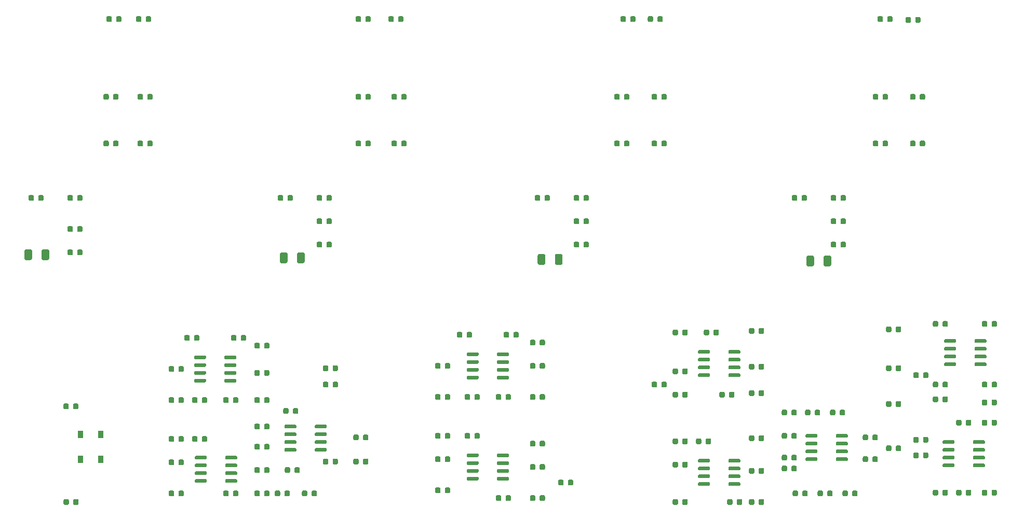
<source format=gbp>
G04 #@! TF.GenerationSoftware,KiCad,Pcbnew,(5.1.6-0-10_14)*
G04 #@! TF.CreationDate,2022-01-28T11:34:31+00:00*
G04 #@! TF.ProjectId,Quad Tube VCA,51756164-2054-4756-9265-205643412e6b,rev?*
G04 #@! TF.SameCoordinates,Original*
G04 #@! TF.FileFunction,Paste,Bot*
G04 #@! TF.FilePolarity,Positive*
%FSLAX46Y46*%
G04 Gerber Fmt 4.6, Leading zero omitted, Abs format (unit mm)*
G04 Created by KiCad (PCBNEW (5.1.6-0-10_14)) date 2022-01-28 11:34:31*
%MOMM*%
%LPD*%
G01*
G04 APERTURE LIST*
%ADD10R,0.900000X1.200000*%
G04 APERTURE END LIST*
G36*
G01*
X196707000Y-102372000D02*
X196707000Y-103622000D01*
G75*
G02*
X196457000Y-103872000I-250000J0D01*
G01*
X195707000Y-103872000D01*
G75*
G02*
X195457000Y-103622000I0J250000D01*
G01*
X195457000Y-102372000D01*
G75*
G02*
X195707000Y-102122000I250000J0D01*
G01*
X196457000Y-102122000D01*
G75*
G02*
X196707000Y-102372000I0J-250000D01*
G01*
G37*
G36*
G01*
X199507000Y-102372000D02*
X199507000Y-103622000D01*
G75*
G02*
X199257000Y-103872000I-250000J0D01*
G01*
X198507000Y-103872000D01*
G75*
G02*
X198257000Y-103622000I0J250000D01*
G01*
X198257000Y-102372000D01*
G75*
G02*
X198507000Y-102122000I250000J0D01*
G01*
X199257000Y-102122000D01*
G75*
G02*
X199507000Y-102372000I0J-250000D01*
G01*
G37*
G36*
G01*
X152895000Y-102118000D02*
X152895000Y-103368000D01*
G75*
G02*
X152645000Y-103618000I-250000J0D01*
G01*
X151895000Y-103618000D01*
G75*
G02*
X151645000Y-103368000I0J250000D01*
G01*
X151645000Y-102118000D01*
G75*
G02*
X151895000Y-101868000I250000J0D01*
G01*
X152645000Y-101868000D01*
G75*
G02*
X152895000Y-102118000I0J-250000D01*
G01*
G37*
G36*
G01*
X155695000Y-102118000D02*
X155695000Y-103368000D01*
G75*
G02*
X155445000Y-103618000I-250000J0D01*
G01*
X154695000Y-103618000D01*
G75*
G02*
X154445000Y-103368000I0J250000D01*
G01*
X154445000Y-102118000D01*
G75*
G02*
X154695000Y-101868000I250000J0D01*
G01*
X155445000Y-101868000D01*
G75*
G02*
X155695000Y-102118000I0J-250000D01*
G01*
G37*
G36*
G01*
X110858000Y-101864000D02*
X110858000Y-103114000D01*
G75*
G02*
X110608000Y-103364000I-250000J0D01*
G01*
X109858000Y-103364000D01*
G75*
G02*
X109608000Y-103114000I0J250000D01*
G01*
X109608000Y-101864000D01*
G75*
G02*
X109858000Y-101614000I250000J0D01*
G01*
X110608000Y-101614000D01*
G75*
G02*
X110858000Y-101864000I0J-250000D01*
G01*
G37*
G36*
G01*
X113658000Y-101864000D02*
X113658000Y-103114000D01*
G75*
G02*
X113408000Y-103364000I-250000J0D01*
G01*
X112658000Y-103364000D01*
G75*
G02*
X112408000Y-103114000I0J250000D01*
G01*
X112408000Y-101864000D01*
G75*
G02*
X112658000Y-101614000I250000J0D01*
G01*
X113408000Y-101614000D01*
G75*
G02*
X113658000Y-101864000I0J-250000D01*
G01*
G37*
G36*
G01*
X69202000Y-101356000D02*
X69202000Y-102606000D01*
G75*
G02*
X68952000Y-102856000I-250000J0D01*
G01*
X68202000Y-102856000D01*
G75*
G02*
X67952000Y-102606000I0J250000D01*
G01*
X67952000Y-101356000D01*
G75*
G02*
X68202000Y-101106000I250000J0D01*
G01*
X68952000Y-101106000D01*
G75*
G02*
X69202000Y-101356000I0J-250000D01*
G01*
G37*
G36*
G01*
X72002000Y-101356000D02*
X72002000Y-102606000D01*
G75*
G02*
X71752000Y-102856000I-250000J0D01*
G01*
X71002000Y-102856000D01*
G75*
G02*
X70752000Y-102606000I0J250000D01*
G01*
X70752000Y-101356000D01*
G75*
G02*
X71002000Y-101106000I250000J0D01*
G01*
X71752000Y-101106000D01*
G75*
G02*
X72002000Y-101356000I0J-250000D01*
G01*
G37*
D10*
X77090000Y-131318000D03*
X80390000Y-131318000D03*
X80390000Y-135382000D03*
X77090000Y-135382000D03*
G36*
G01*
X222607000Y-136548000D02*
X222607000Y-136248000D01*
G75*
G02*
X222757000Y-136098000I150000J0D01*
G01*
X224407000Y-136098000D01*
G75*
G02*
X224557000Y-136248000I0J-150000D01*
G01*
X224557000Y-136548000D01*
G75*
G02*
X224407000Y-136698000I-150000J0D01*
G01*
X222757000Y-136698000D01*
G75*
G02*
X222607000Y-136548000I0J150000D01*
G01*
G37*
G36*
G01*
X222607000Y-135278000D02*
X222607000Y-134978000D01*
G75*
G02*
X222757000Y-134828000I150000J0D01*
G01*
X224407000Y-134828000D01*
G75*
G02*
X224557000Y-134978000I0J-150000D01*
G01*
X224557000Y-135278000D01*
G75*
G02*
X224407000Y-135428000I-150000J0D01*
G01*
X222757000Y-135428000D01*
G75*
G02*
X222607000Y-135278000I0J150000D01*
G01*
G37*
G36*
G01*
X222607000Y-134008000D02*
X222607000Y-133708000D01*
G75*
G02*
X222757000Y-133558000I150000J0D01*
G01*
X224407000Y-133558000D01*
G75*
G02*
X224557000Y-133708000I0J-150000D01*
G01*
X224557000Y-134008000D01*
G75*
G02*
X224407000Y-134158000I-150000J0D01*
G01*
X222757000Y-134158000D01*
G75*
G02*
X222607000Y-134008000I0J150000D01*
G01*
G37*
G36*
G01*
X222607000Y-132738000D02*
X222607000Y-132438000D01*
G75*
G02*
X222757000Y-132288000I150000J0D01*
G01*
X224407000Y-132288000D01*
G75*
G02*
X224557000Y-132438000I0J-150000D01*
G01*
X224557000Y-132738000D01*
G75*
G02*
X224407000Y-132888000I-150000J0D01*
G01*
X222757000Y-132888000D01*
G75*
G02*
X222607000Y-132738000I0J150000D01*
G01*
G37*
G36*
G01*
X217657000Y-132738000D02*
X217657000Y-132438000D01*
G75*
G02*
X217807000Y-132288000I150000J0D01*
G01*
X219457000Y-132288000D01*
G75*
G02*
X219607000Y-132438000I0J-150000D01*
G01*
X219607000Y-132738000D01*
G75*
G02*
X219457000Y-132888000I-150000J0D01*
G01*
X217807000Y-132888000D01*
G75*
G02*
X217657000Y-132738000I0J150000D01*
G01*
G37*
G36*
G01*
X217657000Y-134008000D02*
X217657000Y-133708000D01*
G75*
G02*
X217807000Y-133558000I150000J0D01*
G01*
X219457000Y-133558000D01*
G75*
G02*
X219607000Y-133708000I0J-150000D01*
G01*
X219607000Y-134008000D01*
G75*
G02*
X219457000Y-134158000I-150000J0D01*
G01*
X217807000Y-134158000D01*
G75*
G02*
X217657000Y-134008000I0J150000D01*
G01*
G37*
G36*
G01*
X217657000Y-135278000D02*
X217657000Y-134978000D01*
G75*
G02*
X217807000Y-134828000I150000J0D01*
G01*
X219457000Y-134828000D01*
G75*
G02*
X219607000Y-134978000I0J-150000D01*
G01*
X219607000Y-135278000D01*
G75*
G02*
X219457000Y-135428000I-150000J0D01*
G01*
X217807000Y-135428000D01*
G75*
G02*
X217657000Y-135278000I0J150000D01*
G01*
G37*
G36*
G01*
X217657000Y-136548000D02*
X217657000Y-136248000D01*
G75*
G02*
X217807000Y-136098000I150000J0D01*
G01*
X219457000Y-136098000D01*
G75*
G02*
X219607000Y-136248000I0J-150000D01*
G01*
X219607000Y-136548000D01*
G75*
G02*
X219457000Y-136698000I-150000J0D01*
G01*
X217807000Y-136698000D01*
G75*
G02*
X217657000Y-136548000I0J150000D01*
G01*
G37*
G36*
G01*
X100687000Y-139088000D02*
X100687000Y-138788000D01*
G75*
G02*
X100837000Y-138638000I150000J0D01*
G01*
X102487000Y-138638000D01*
G75*
G02*
X102637000Y-138788000I0J-150000D01*
G01*
X102637000Y-139088000D01*
G75*
G02*
X102487000Y-139238000I-150000J0D01*
G01*
X100837000Y-139238000D01*
G75*
G02*
X100687000Y-139088000I0J150000D01*
G01*
G37*
G36*
G01*
X100687000Y-137818000D02*
X100687000Y-137518000D01*
G75*
G02*
X100837000Y-137368000I150000J0D01*
G01*
X102487000Y-137368000D01*
G75*
G02*
X102637000Y-137518000I0J-150000D01*
G01*
X102637000Y-137818000D01*
G75*
G02*
X102487000Y-137968000I-150000J0D01*
G01*
X100837000Y-137968000D01*
G75*
G02*
X100687000Y-137818000I0J150000D01*
G01*
G37*
G36*
G01*
X100687000Y-136548000D02*
X100687000Y-136248000D01*
G75*
G02*
X100837000Y-136098000I150000J0D01*
G01*
X102487000Y-136098000D01*
G75*
G02*
X102637000Y-136248000I0J-150000D01*
G01*
X102637000Y-136548000D01*
G75*
G02*
X102487000Y-136698000I-150000J0D01*
G01*
X100837000Y-136698000D01*
G75*
G02*
X100687000Y-136548000I0J150000D01*
G01*
G37*
G36*
G01*
X100687000Y-135278000D02*
X100687000Y-134978000D01*
G75*
G02*
X100837000Y-134828000I150000J0D01*
G01*
X102487000Y-134828000D01*
G75*
G02*
X102637000Y-134978000I0J-150000D01*
G01*
X102637000Y-135278000D01*
G75*
G02*
X102487000Y-135428000I-150000J0D01*
G01*
X100837000Y-135428000D01*
G75*
G02*
X100687000Y-135278000I0J150000D01*
G01*
G37*
G36*
G01*
X95737000Y-135278000D02*
X95737000Y-134978000D01*
G75*
G02*
X95887000Y-134828000I150000J0D01*
G01*
X97537000Y-134828000D01*
G75*
G02*
X97687000Y-134978000I0J-150000D01*
G01*
X97687000Y-135278000D01*
G75*
G02*
X97537000Y-135428000I-150000J0D01*
G01*
X95887000Y-135428000D01*
G75*
G02*
X95737000Y-135278000I0J150000D01*
G01*
G37*
G36*
G01*
X95737000Y-136548000D02*
X95737000Y-136248000D01*
G75*
G02*
X95887000Y-136098000I150000J0D01*
G01*
X97537000Y-136098000D01*
G75*
G02*
X97687000Y-136248000I0J-150000D01*
G01*
X97687000Y-136548000D01*
G75*
G02*
X97537000Y-136698000I-150000J0D01*
G01*
X95887000Y-136698000D01*
G75*
G02*
X95737000Y-136548000I0J150000D01*
G01*
G37*
G36*
G01*
X95737000Y-137818000D02*
X95737000Y-137518000D01*
G75*
G02*
X95887000Y-137368000I150000J0D01*
G01*
X97537000Y-137368000D01*
G75*
G02*
X97687000Y-137518000I0J-150000D01*
G01*
X97687000Y-137818000D01*
G75*
G02*
X97537000Y-137968000I-150000J0D01*
G01*
X95887000Y-137968000D01*
G75*
G02*
X95737000Y-137818000I0J150000D01*
G01*
G37*
G36*
G01*
X95737000Y-139088000D02*
X95737000Y-138788000D01*
G75*
G02*
X95887000Y-138638000I150000J0D01*
G01*
X97537000Y-138638000D01*
G75*
G02*
X97687000Y-138788000I0J-150000D01*
G01*
X97687000Y-139088000D01*
G75*
G02*
X97537000Y-139238000I-150000J0D01*
G01*
X95887000Y-139238000D01*
G75*
G02*
X95737000Y-139088000I0J150000D01*
G01*
G37*
G36*
G01*
X205517000Y-131569750D02*
X205517000Y-132082250D01*
G75*
G02*
X205298250Y-132301000I-218750J0D01*
G01*
X204860750Y-132301000D01*
G75*
G02*
X204642000Y-132082250I0J218750D01*
G01*
X204642000Y-131569750D01*
G75*
G02*
X204860750Y-131351000I218750J0D01*
G01*
X205298250Y-131351000D01*
G75*
G02*
X205517000Y-131569750I0J-218750D01*
G01*
G37*
G36*
G01*
X207092000Y-131569750D02*
X207092000Y-132082250D01*
G75*
G02*
X206873250Y-132301000I-218750J0D01*
G01*
X206435750Y-132301000D01*
G75*
G02*
X206217000Y-132082250I0J218750D01*
G01*
X206217000Y-131569750D01*
G75*
G02*
X206435750Y-131351000I218750J0D01*
G01*
X206873250Y-131351000D01*
G75*
G02*
X207092000Y-131569750I0J-218750D01*
G01*
G37*
G36*
G01*
X198851000Y-141226250D02*
X198851000Y-140713750D01*
G75*
G02*
X199069750Y-140495000I218750J0D01*
G01*
X199507250Y-140495000D01*
G75*
G02*
X199726000Y-140713750I0J-218750D01*
G01*
X199726000Y-141226250D01*
G75*
G02*
X199507250Y-141445000I-218750J0D01*
G01*
X199069750Y-141445000D01*
G75*
G02*
X198851000Y-141226250I0J218750D01*
G01*
G37*
G36*
G01*
X197276000Y-141226250D02*
X197276000Y-140713750D01*
G75*
G02*
X197494750Y-140495000I218750J0D01*
G01*
X197932250Y-140495000D01*
G75*
G02*
X198151000Y-140713750I0J-218750D01*
G01*
X198151000Y-141226250D01*
G75*
G02*
X197932250Y-141445000I-218750J0D01*
G01*
X197494750Y-141445000D01*
G75*
G02*
X197276000Y-141226250I0J218750D01*
G01*
G37*
G36*
G01*
X122459000Y-131569750D02*
X122459000Y-132082250D01*
G75*
G02*
X122240250Y-132301000I-218750J0D01*
G01*
X121802750Y-132301000D01*
G75*
G02*
X121584000Y-132082250I0J218750D01*
G01*
X121584000Y-131569750D01*
G75*
G02*
X121802750Y-131351000I218750J0D01*
G01*
X122240250Y-131351000D01*
G75*
G02*
X122459000Y-131569750I0J-218750D01*
G01*
G37*
G36*
G01*
X124034000Y-131569750D02*
X124034000Y-132082250D01*
G75*
G02*
X123815250Y-132301000I-218750J0D01*
G01*
X123377750Y-132301000D01*
G75*
G02*
X123159000Y-132082250I0J218750D01*
G01*
X123159000Y-131569750D01*
G75*
G02*
X123377750Y-131351000I218750J0D01*
G01*
X123815250Y-131351000D01*
G75*
G02*
X124034000Y-131569750I0J-218750D01*
G01*
G37*
G36*
G01*
X111983000Y-137416250D02*
X111983000Y-136903750D01*
G75*
G02*
X112201750Y-136685000I218750J0D01*
G01*
X112639250Y-136685000D01*
G75*
G02*
X112858000Y-136903750I0J-218750D01*
G01*
X112858000Y-137416250D01*
G75*
G02*
X112639250Y-137635000I-218750J0D01*
G01*
X112201750Y-137635000D01*
G75*
G02*
X111983000Y-137416250I0J218750D01*
G01*
G37*
G36*
G01*
X110408000Y-137416250D02*
X110408000Y-136903750D01*
G75*
G02*
X110626750Y-136685000I218750J0D01*
G01*
X111064250Y-136685000D01*
G75*
G02*
X111283000Y-136903750I0J-218750D01*
G01*
X111283000Y-137416250D01*
G75*
G02*
X111064250Y-137635000I-218750J0D01*
G01*
X110626750Y-137635000D01*
G75*
G02*
X110408000Y-137416250I0J218750D01*
G01*
G37*
G36*
G01*
X200183000Y-127505750D02*
X200183000Y-128018250D01*
G75*
G02*
X199964250Y-128237000I-218750J0D01*
G01*
X199526750Y-128237000D01*
G75*
G02*
X199308000Y-128018250I0J218750D01*
G01*
X199308000Y-127505750D01*
G75*
G02*
X199526750Y-127287000I218750J0D01*
G01*
X199964250Y-127287000D01*
G75*
G02*
X200183000Y-127505750I0J-218750D01*
G01*
G37*
G36*
G01*
X201758000Y-127505750D02*
X201758000Y-128018250D01*
G75*
G02*
X201539250Y-128237000I-218750J0D01*
G01*
X201101750Y-128237000D01*
G75*
G02*
X200883000Y-128018250I0J218750D01*
G01*
X200883000Y-127505750D01*
G75*
G02*
X201101750Y-127287000I218750J0D01*
G01*
X201539250Y-127287000D01*
G75*
G02*
X201758000Y-127505750I0J-218750D01*
G01*
G37*
G36*
G01*
X192309000Y-134871750D02*
X192309000Y-135384250D01*
G75*
G02*
X192090250Y-135603000I-218750J0D01*
G01*
X191652750Y-135603000D01*
G75*
G02*
X191434000Y-135384250I0J218750D01*
G01*
X191434000Y-134871750D01*
G75*
G02*
X191652750Y-134653000I218750J0D01*
G01*
X192090250Y-134653000D01*
G75*
G02*
X192309000Y-134871750I0J-218750D01*
G01*
G37*
G36*
G01*
X193884000Y-134871750D02*
X193884000Y-135384250D01*
G75*
G02*
X193665250Y-135603000I-218750J0D01*
G01*
X193227750Y-135603000D01*
G75*
G02*
X193009000Y-135384250I0J218750D01*
G01*
X193009000Y-134871750D01*
G75*
G02*
X193227750Y-134653000I218750J0D01*
G01*
X193665250Y-134653000D01*
G75*
G02*
X193884000Y-134871750I0J-218750D01*
G01*
G37*
G36*
G01*
X117506000Y-122933750D02*
X117506000Y-123446250D01*
G75*
G02*
X117287250Y-123665000I-218750J0D01*
G01*
X116849750Y-123665000D01*
G75*
G02*
X116631000Y-123446250I0J218750D01*
G01*
X116631000Y-122933750D01*
G75*
G02*
X116849750Y-122715000I218750J0D01*
G01*
X117287250Y-122715000D01*
G75*
G02*
X117506000Y-122933750I0J-218750D01*
G01*
G37*
G36*
G01*
X119081000Y-122933750D02*
X119081000Y-123446250D01*
G75*
G02*
X118862250Y-123665000I-218750J0D01*
G01*
X118424750Y-123665000D01*
G75*
G02*
X118206000Y-123446250I0J218750D01*
G01*
X118206000Y-122933750D01*
G75*
G02*
X118424750Y-122715000I218750J0D01*
G01*
X118862250Y-122715000D01*
G75*
G02*
X119081000Y-122933750I0J-218750D01*
G01*
G37*
G36*
G01*
X210027000Y-133860250D02*
X210027000Y-133347750D01*
G75*
G02*
X210245750Y-133129000I218750J0D01*
G01*
X210683250Y-133129000D01*
G75*
G02*
X210902000Y-133347750I0J-218750D01*
G01*
X210902000Y-133860250D01*
G75*
G02*
X210683250Y-134079000I-218750J0D01*
G01*
X210245750Y-134079000D01*
G75*
G02*
X210027000Y-133860250I0J218750D01*
G01*
G37*
G36*
G01*
X208452000Y-133860250D02*
X208452000Y-133347750D01*
G75*
G02*
X208670750Y-133129000I218750J0D01*
G01*
X209108250Y-133129000D01*
G75*
G02*
X209327000Y-133347750I0J-218750D01*
G01*
X209327000Y-133860250D01*
G75*
G02*
X209108250Y-134079000I-218750J0D01*
G01*
X208670750Y-134079000D01*
G75*
G02*
X208452000Y-133860250I0J218750D01*
G01*
G37*
G36*
G01*
X192309000Y-131315750D02*
X192309000Y-131828250D01*
G75*
G02*
X192090250Y-132047000I-218750J0D01*
G01*
X191652750Y-132047000D01*
G75*
G02*
X191434000Y-131828250I0J218750D01*
G01*
X191434000Y-131315750D01*
G75*
G02*
X191652750Y-131097000I218750J0D01*
G01*
X192090250Y-131097000D01*
G75*
G02*
X192309000Y-131315750I0J-218750D01*
G01*
G37*
G36*
G01*
X193884000Y-131315750D02*
X193884000Y-131828250D01*
G75*
G02*
X193665250Y-132047000I-218750J0D01*
G01*
X193227750Y-132047000D01*
G75*
G02*
X193009000Y-131828250I0J218750D01*
G01*
X193009000Y-131315750D01*
G75*
G02*
X193227750Y-131097000I218750J0D01*
G01*
X193665250Y-131097000D01*
G75*
G02*
X193884000Y-131315750I0J-218750D01*
G01*
G37*
G36*
G01*
X118206000Y-120779250D02*
X118206000Y-120266750D01*
G75*
G02*
X118424750Y-120048000I218750J0D01*
G01*
X118862250Y-120048000D01*
G75*
G02*
X119081000Y-120266750I0J-218750D01*
G01*
X119081000Y-120779250D01*
G75*
G02*
X118862250Y-120998000I-218750J0D01*
G01*
X118424750Y-120998000D01*
G75*
G02*
X118206000Y-120779250I0J218750D01*
G01*
G37*
G36*
G01*
X116631000Y-120779250D02*
X116631000Y-120266750D01*
G75*
G02*
X116849750Y-120048000I218750J0D01*
G01*
X117287250Y-120048000D01*
G75*
G02*
X117506000Y-120266750I0J-218750D01*
G01*
X117506000Y-120779250D01*
G75*
G02*
X117287250Y-120998000I-218750J0D01*
G01*
X116849750Y-120998000D01*
G75*
G02*
X116631000Y-120779250I0J218750D01*
G01*
G37*
G36*
G01*
X107030000Y-130304250D02*
X107030000Y-129791750D01*
G75*
G02*
X107248750Y-129573000I218750J0D01*
G01*
X107686250Y-129573000D01*
G75*
G02*
X107905000Y-129791750I0J-218750D01*
G01*
X107905000Y-130304250D01*
G75*
G02*
X107686250Y-130523000I-218750J0D01*
G01*
X107248750Y-130523000D01*
G75*
G02*
X107030000Y-130304250I0J218750D01*
G01*
G37*
G36*
G01*
X105455000Y-130304250D02*
X105455000Y-129791750D01*
G75*
G02*
X105673750Y-129573000I218750J0D01*
G01*
X106111250Y-129573000D01*
G75*
G02*
X106330000Y-129791750I0J-218750D01*
G01*
X106330000Y-130304250D01*
G75*
G02*
X106111250Y-130523000I-218750J0D01*
G01*
X105673750Y-130523000D01*
G75*
G02*
X105455000Y-130304250I0J218750D01*
G01*
G37*
G36*
G01*
X200255000Y-135532000D02*
X200255000Y-135232000D01*
G75*
G02*
X200405000Y-135082000I150000J0D01*
G01*
X202055000Y-135082000D01*
G75*
G02*
X202205000Y-135232000I0J-150000D01*
G01*
X202205000Y-135532000D01*
G75*
G02*
X202055000Y-135682000I-150000J0D01*
G01*
X200405000Y-135682000D01*
G75*
G02*
X200255000Y-135532000I0J150000D01*
G01*
G37*
G36*
G01*
X200255000Y-134262000D02*
X200255000Y-133962000D01*
G75*
G02*
X200405000Y-133812000I150000J0D01*
G01*
X202055000Y-133812000D01*
G75*
G02*
X202205000Y-133962000I0J-150000D01*
G01*
X202205000Y-134262000D01*
G75*
G02*
X202055000Y-134412000I-150000J0D01*
G01*
X200405000Y-134412000D01*
G75*
G02*
X200255000Y-134262000I0J150000D01*
G01*
G37*
G36*
G01*
X200255000Y-132992000D02*
X200255000Y-132692000D01*
G75*
G02*
X200405000Y-132542000I150000J0D01*
G01*
X202055000Y-132542000D01*
G75*
G02*
X202205000Y-132692000I0J-150000D01*
G01*
X202205000Y-132992000D01*
G75*
G02*
X202055000Y-133142000I-150000J0D01*
G01*
X200405000Y-133142000D01*
G75*
G02*
X200255000Y-132992000I0J150000D01*
G01*
G37*
G36*
G01*
X200255000Y-131722000D02*
X200255000Y-131422000D01*
G75*
G02*
X200405000Y-131272000I150000J0D01*
G01*
X202055000Y-131272000D01*
G75*
G02*
X202205000Y-131422000I0J-150000D01*
G01*
X202205000Y-131722000D01*
G75*
G02*
X202055000Y-131872000I-150000J0D01*
G01*
X200405000Y-131872000D01*
G75*
G02*
X200255000Y-131722000I0J150000D01*
G01*
G37*
G36*
G01*
X195305000Y-131722000D02*
X195305000Y-131422000D01*
G75*
G02*
X195455000Y-131272000I150000J0D01*
G01*
X197105000Y-131272000D01*
G75*
G02*
X197255000Y-131422000I0J-150000D01*
G01*
X197255000Y-131722000D01*
G75*
G02*
X197105000Y-131872000I-150000J0D01*
G01*
X195455000Y-131872000D01*
G75*
G02*
X195305000Y-131722000I0J150000D01*
G01*
G37*
G36*
G01*
X195305000Y-132992000D02*
X195305000Y-132692000D01*
G75*
G02*
X195455000Y-132542000I150000J0D01*
G01*
X197105000Y-132542000D01*
G75*
G02*
X197255000Y-132692000I0J-150000D01*
G01*
X197255000Y-132992000D01*
G75*
G02*
X197105000Y-133142000I-150000J0D01*
G01*
X195455000Y-133142000D01*
G75*
G02*
X195305000Y-132992000I0J150000D01*
G01*
G37*
G36*
G01*
X195305000Y-134262000D02*
X195305000Y-133962000D01*
G75*
G02*
X195455000Y-133812000I150000J0D01*
G01*
X197105000Y-133812000D01*
G75*
G02*
X197255000Y-133962000I0J-150000D01*
G01*
X197255000Y-134262000D01*
G75*
G02*
X197105000Y-134412000I-150000J0D01*
G01*
X195455000Y-134412000D01*
G75*
G02*
X195305000Y-134262000I0J150000D01*
G01*
G37*
G36*
G01*
X195305000Y-135532000D02*
X195305000Y-135232000D01*
G75*
G02*
X195455000Y-135082000I150000J0D01*
G01*
X197105000Y-135082000D01*
G75*
G02*
X197255000Y-135232000I0J-150000D01*
G01*
X197255000Y-135532000D01*
G75*
G02*
X197105000Y-135682000I-150000J0D01*
G01*
X195455000Y-135682000D01*
G75*
G02*
X195305000Y-135532000I0J150000D01*
G01*
G37*
G36*
G01*
X115292000Y-134008000D02*
X115292000Y-133708000D01*
G75*
G02*
X115442000Y-133558000I150000J0D01*
G01*
X117092000Y-133558000D01*
G75*
G02*
X117242000Y-133708000I0J-150000D01*
G01*
X117242000Y-134008000D01*
G75*
G02*
X117092000Y-134158000I-150000J0D01*
G01*
X115442000Y-134158000D01*
G75*
G02*
X115292000Y-134008000I0J150000D01*
G01*
G37*
G36*
G01*
X115292000Y-132738000D02*
X115292000Y-132438000D01*
G75*
G02*
X115442000Y-132288000I150000J0D01*
G01*
X117092000Y-132288000D01*
G75*
G02*
X117242000Y-132438000I0J-150000D01*
G01*
X117242000Y-132738000D01*
G75*
G02*
X117092000Y-132888000I-150000J0D01*
G01*
X115442000Y-132888000D01*
G75*
G02*
X115292000Y-132738000I0J150000D01*
G01*
G37*
G36*
G01*
X115292000Y-131468000D02*
X115292000Y-131168000D01*
G75*
G02*
X115442000Y-131018000I150000J0D01*
G01*
X117092000Y-131018000D01*
G75*
G02*
X117242000Y-131168000I0J-150000D01*
G01*
X117242000Y-131468000D01*
G75*
G02*
X117092000Y-131618000I-150000J0D01*
G01*
X115442000Y-131618000D01*
G75*
G02*
X115292000Y-131468000I0J150000D01*
G01*
G37*
G36*
G01*
X115292000Y-130198000D02*
X115292000Y-129898000D01*
G75*
G02*
X115442000Y-129748000I150000J0D01*
G01*
X117092000Y-129748000D01*
G75*
G02*
X117242000Y-129898000I0J-150000D01*
G01*
X117242000Y-130198000D01*
G75*
G02*
X117092000Y-130348000I-150000J0D01*
G01*
X115442000Y-130348000D01*
G75*
G02*
X115292000Y-130198000I0J150000D01*
G01*
G37*
G36*
G01*
X110342000Y-130198000D02*
X110342000Y-129898000D01*
G75*
G02*
X110492000Y-129748000I150000J0D01*
G01*
X112142000Y-129748000D01*
G75*
G02*
X112292000Y-129898000I0J-150000D01*
G01*
X112292000Y-130198000D01*
G75*
G02*
X112142000Y-130348000I-150000J0D01*
G01*
X110492000Y-130348000D01*
G75*
G02*
X110342000Y-130198000I0J150000D01*
G01*
G37*
G36*
G01*
X110342000Y-131468000D02*
X110342000Y-131168000D01*
G75*
G02*
X110492000Y-131018000I150000J0D01*
G01*
X112142000Y-131018000D01*
G75*
G02*
X112292000Y-131168000I0J-150000D01*
G01*
X112292000Y-131468000D01*
G75*
G02*
X112142000Y-131618000I-150000J0D01*
G01*
X110492000Y-131618000D01*
G75*
G02*
X110342000Y-131468000I0J150000D01*
G01*
G37*
G36*
G01*
X110342000Y-132738000D02*
X110342000Y-132438000D01*
G75*
G02*
X110492000Y-132288000I150000J0D01*
G01*
X112142000Y-132288000D01*
G75*
G02*
X112292000Y-132438000I0J-150000D01*
G01*
X112292000Y-132738000D01*
G75*
G02*
X112142000Y-132888000I-150000J0D01*
G01*
X110492000Y-132888000D01*
G75*
G02*
X110342000Y-132738000I0J150000D01*
G01*
G37*
G36*
G01*
X110342000Y-134008000D02*
X110342000Y-133708000D01*
G75*
G02*
X110492000Y-133558000I150000J0D01*
G01*
X112142000Y-133558000D01*
G75*
G02*
X112292000Y-133708000I0J-150000D01*
G01*
X112292000Y-134008000D01*
G75*
G02*
X112142000Y-134158000I-150000J0D01*
G01*
X110492000Y-134158000D01*
G75*
G02*
X110342000Y-134008000I0J150000D01*
G01*
G37*
G36*
G01*
X196819000Y-128018250D02*
X196819000Y-127505750D01*
G75*
G02*
X197037750Y-127287000I218750J0D01*
G01*
X197475250Y-127287000D01*
G75*
G02*
X197694000Y-127505750I0J-218750D01*
G01*
X197694000Y-128018250D01*
G75*
G02*
X197475250Y-128237000I-218750J0D01*
G01*
X197037750Y-128237000D01*
G75*
G02*
X196819000Y-128018250I0J218750D01*
G01*
G37*
G36*
G01*
X195244000Y-128018250D02*
X195244000Y-127505750D01*
G75*
G02*
X195462750Y-127287000I218750J0D01*
G01*
X195900250Y-127287000D01*
G75*
G02*
X196119000Y-127505750I0J-218750D01*
G01*
X196119000Y-128018250D01*
G75*
G02*
X195900250Y-128237000I-218750J0D01*
G01*
X195462750Y-128237000D01*
G75*
G02*
X195244000Y-128018250I0J218750D01*
G01*
G37*
G36*
G01*
X202915000Y-141226250D02*
X202915000Y-140713750D01*
G75*
G02*
X203133750Y-140495000I218750J0D01*
G01*
X203571250Y-140495000D01*
G75*
G02*
X203790000Y-140713750I0J-218750D01*
G01*
X203790000Y-141226250D01*
G75*
G02*
X203571250Y-141445000I-218750J0D01*
G01*
X203133750Y-141445000D01*
G75*
G02*
X202915000Y-141226250I0J218750D01*
G01*
G37*
G36*
G01*
X201340000Y-141226250D02*
X201340000Y-140713750D01*
G75*
G02*
X201558750Y-140495000I218750J0D01*
G01*
X201996250Y-140495000D01*
G75*
G02*
X202215000Y-140713750I0J-218750D01*
G01*
X202215000Y-141226250D01*
G75*
G02*
X201996250Y-141445000I-218750J0D01*
G01*
X201558750Y-141445000D01*
G75*
G02*
X201340000Y-141226250I0J218750D01*
G01*
G37*
G36*
G01*
X111729000Y-127764250D02*
X111729000Y-127251750D01*
G75*
G02*
X111947750Y-127033000I218750J0D01*
G01*
X112385250Y-127033000D01*
G75*
G02*
X112604000Y-127251750I0J-218750D01*
G01*
X112604000Y-127764250D01*
G75*
G02*
X112385250Y-127983000I-218750J0D01*
G01*
X111947750Y-127983000D01*
G75*
G02*
X111729000Y-127764250I0J218750D01*
G01*
G37*
G36*
G01*
X110154000Y-127764250D02*
X110154000Y-127251750D01*
G75*
G02*
X110372750Y-127033000I218750J0D01*
G01*
X110810250Y-127033000D01*
G75*
G02*
X111029000Y-127251750I0J-218750D01*
G01*
X111029000Y-127764250D01*
G75*
G02*
X110810250Y-127983000I-218750J0D01*
G01*
X110372750Y-127983000D01*
G75*
G02*
X110154000Y-127764250I0J218750D01*
G01*
G37*
G36*
G01*
X118206000Y-136019250D02*
X118206000Y-135506750D01*
G75*
G02*
X118424750Y-135288000I218750J0D01*
G01*
X118862250Y-135288000D01*
G75*
G02*
X119081000Y-135506750I0J-218750D01*
G01*
X119081000Y-136019250D01*
G75*
G02*
X118862250Y-136238000I-218750J0D01*
G01*
X118424750Y-136238000D01*
G75*
G02*
X118206000Y-136019250I0J218750D01*
G01*
G37*
G36*
G01*
X116631000Y-136019250D02*
X116631000Y-135506750D01*
G75*
G02*
X116849750Y-135288000I218750J0D01*
G01*
X117287250Y-135288000D01*
G75*
G02*
X117506000Y-135506750I0J-218750D01*
G01*
X117506000Y-136019250D01*
G75*
G02*
X117287250Y-136238000I-218750J0D01*
G01*
X116849750Y-136238000D01*
G75*
G02*
X116631000Y-136019250I0J218750D01*
G01*
G37*
G36*
G01*
X186975000Y-142110750D02*
X186975000Y-142623250D01*
G75*
G02*
X186756250Y-142842000I-218750J0D01*
G01*
X186318750Y-142842000D01*
G75*
G02*
X186100000Y-142623250I0J218750D01*
G01*
X186100000Y-142110750D01*
G75*
G02*
X186318750Y-141892000I218750J0D01*
G01*
X186756250Y-141892000D01*
G75*
G02*
X186975000Y-142110750I0J-218750D01*
G01*
G37*
G36*
G01*
X188550000Y-142110750D02*
X188550000Y-142623250D01*
G75*
G02*
X188331250Y-142842000I-218750J0D01*
G01*
X187893750Y-142842000D01*
G75*
G02*
X187675000Y-142623250I0J218750D01*
G01*
X187675000Y-142110750D01*
G75*
G02*
X187893750Y-141892000I218750J0D01*
G01*
X188331250Y-141892000D01*
G75*
G02*
X188550000Y-142110750I0J-218750D01*
G01*
G37*
G36*
G01*
X187675000Y-137543250D02*
X187675000Y-137030750D01*
G75*
G02*
X187893750Y-136812000I218750J0D01*
G01*
X188331250Y-136812000D01*
G75*
G02*
X188550000Y-137030750I0J-218750D01*
G01*
X188550000Y-137543250D01*
G75*
G02*
X188331250Y-137762000I-218750J0D01*
G01*
X187893750Y-137762000D01*
G75*
G02*
X187675000Y-137543250I0J218750D01*
G01*
G37*
G36*
G01*
X186100000Y-137543250D02*
X186100000Y-137030750D01*
G75*
G02*
X186318750Y-136812000I218750J0D01*
G01*
X186756250Y-136812000D01*
G75*
G02*
X186975000Y-137030750I0J-218750D01*
G01*
X186975000Y-137543250D01*
G75*
G02*
X186756250Y-137762000I-218750J0D01*
G01*
X186318750Y-137762000D01*
G75*
G02*
X186100000Y-137543250I0J218750D01*
G01*
G37*
G36*
G01*
X225648000Y-113540250D02*
X225648000Y-113027750D01*
G75*
G02*
X225866750Y-112809000I218750J0D01*
G01*
X226304250Y-112809000D01*
G75*
G02*
X226523000Y-113027750I0J-218750D01*
G01*
X226523000Y-113540250D01*
G75*
G02*
X226304250Y-113759000I-218750J0D01*
G01*
X225866750Y-113759000D01*
G75*
G02*
X225648000Y-113540250I0J218750D01*
G01*
G37*
G36*
G01*
X224073000Y-113540250D02*
X224073000Y-113027750D01*
G75*
G02*
X224291750Y-112809000I218750J0D01*
G01*
X224729250Y-112809000D01*
G75*
G02*
X224948000Y-113027750I0J-218750D01*
G01*
X224948000Y-113540250D01*
G75*
G02*
X224729250Y-113759000I-218750J0D01*
G01*
X224291750Y-113759000D01*
G75*
G02*
X224073000Y-113540250I0J218750D01*
G01*
G37*
G36*
G01*
X210027000Y-114429250D02*
X210027000Y-113916750D01*
G75*
G02*
X210245750Y-113698000I218750J0D01*
G01*
X210683250Y-113698000D01*
G75*
G02*
X210902000Y-113916750I0J-218750D01*
G01*
X210902000Y-114429250D01*
G75*
G02*
X210683250Y-114648000I-218750J0D01*
G01*
X210245750Y-114648000D01*
G75*
G02*
X210027000Y-114429250I0J218750D01*
G01*
G37*
G36*
G01*
X208452000Y-114429250D02*
X208452000Y-113916750D01*
G75*
G02*
X208670750Y-113698000I218750J0D01*
G01*
X209108250Y-113698000D01*
G75*
G02*
X209327000Y-113916750I0J-218750D01*
G01*
X209327000Y-114429250D01*
G75*
G02*
X209108250Y-114648000I-218750J0D01*
G01*
X208670750Y-114648000D01*
G75*
G02*
X208452000Y-114429250I0J218750D01*
G01*
G37*
G36*
G01*
X194660000Y-92966250D02*
X194660000Y-92453750D01*
G75*
G02*
X194878750Y-92235000I218750J0D01*
G01*
X195316250Y-92235000D01*
G75*
G02*
X195535000Y-92453750I0J-218750D01*
G01*
X195535000Y-92966250D01*
G75*
G02*
X195316250Y-93185000I-218750J0D01*
G01*
X194878750Y-93185000D01*
G75*
G02*
X194660000Y-92966250I0J218750D01*
G01*
G37*
G36*
G01*
X193085000Y-92966250D02*
X193085000Y-92453750D01*
G75*
G02*
X193303750Y-92235000I218750J0D01*
G01*
X193741250Y-92235000D01*
G75*
G02*
X193960000Y-92453750I0J-218750D01*
G01*
X193960000Y-92966250D01*
G75*
G02*
X193741250Y-93185000I-218750J0D01*
G01*
X193303750Y-93185000D01*
G75*
G02*
X193085000Y-92966250I0J218750D01*
G01*
G37*
G36*
G01*
X200310000Y-92453750D02*
X200310000Y-92966250D01*
G75*
G02*
X200091250Y-93185000I-218750J0D01*
G01*
X199653750Y-93185000D01*
G75*
G02*
X199435000Y-92966250I0J218750D01*
G01*
X199435000Y-92453750D01*
G75*
G02*
X199653750Y-92235000I218750J0D01*
G01*
X200091250Y-92235000D01*
G75*
G02*
X200310000Y-92453750I0J-218750D01*
G01*
G37*
G36*
G01*
X201885000Y-92453750D02*
X201885000Y-92966250D01*
G75*
G02*
X201666250Y-93185000I-218750J0D01*
G01*
X201228750Y-93185000D01*
G75*
G02*
X201010000Y-92966250I0J218750D01*
G01*
X201010000Y-92453750D01*
G75*
G02*
X201228750Y-92235000I218750J0D01*
G01*
X201666250Y-92235000D01*
G75*
G02*
X201885000Y-92453750I0J-218750D01*
G01*
G37*
G36*
G01*
X214472000Y-121922250D02*
X214472000Y-121409750D01*
G75*
G02*
X214690750Y-121191000I218750J0D01*
G01*
X215128250Y-121191000D01*
G75*
G02*
X215347000Y-121409750I0J-218750D01*
G01*
X215347000Y-121922250D01*
G75*
G02*
X215128250Y-122141000I-218750J0D01*
G01*
X214690750Y-122141000D01*
G75*
G02*
X214472000Y-121922250I0J218750D01*
G01*
G37*
G36*
G01*
X212897000Y-121922250D02*
X212897000Y-121409750D01*
G75*
G02*
X213115750Y-121191000I218750J0D01*
G01*
X213553250Y-121191000D01*
G75*
G02*
X213772000Y-121409750I0J-218750D01*
G01*
X213772000Y-121922250D01*
G75*
G02*
X213553250Y-122141000I-218750J0D01*
G01*
X213115750Y-122141000D01*
G75*
G02*
X212897000Y-121922250I0J218750D01*
G01*
G37*
G36*
G01*
X209327000Y-126108750D02*
X209327000Y-126621250D01*
G75*
G02*
X209108250Y-126840000I-218750J0D01*
G01*
X208670750Y-126840000D01*
G75*
G02*
X208452000Y-126621250I0J218750D01*
G01*
X208452000Y-126108750D01*
G75*
G02*
X208670750Y-125890000I218750J0D01*
G01*
X209108250Y-125890000D01*
G75*
G02*
X209327000Y-126108750I0J-218750D01*
G01*
G37*
G36*
G01*
X210902000Y-126108750D02*
X210902000Y-126621250D01*
G75*
G02*
X210683250Y-126840000I-218750J0D01*
G01*
X210245750Y-126840000D01*
G75*
G02*
X210027000Y-126621250I0J218750D01*
G01*
X210027000Y-126108750D01*
G75*
G02*
X210245750Y-125890000I218750J0D01*
G01*
X210683250Y-125890000D01*
G75*
G02*
X210902000Y-126108750I0J-218750D01*
G01*
G37*
G36*
G01*
X201010000Y-96776250D02*
X201010000Y-96263750D01*
G75*
G02*
X201228750Y-96045000I218750J0D01*
G01*
X201666250Y-96045000D01*
G75*
G02*
X201885000Y-96263750I0J-218750D01*
G01*
X201885000Y-96776250D01*
G75*
G02*
X201666250Y-96995000I-218750J0D01*
G01*
X201228750Y-96995000D01*
G75*
G02*
X201010000Y-96776250I0J218750D01*
G01*
G37*
G36*
G01*
X199435000Y-96776250D02*
X199435000Y-96263750D01*
G75*
G02*
X199653750Y-96045000I218750J0D01*
G01*
X200091250Y-96045000D01*
G75*
G02*
X200310000Y-96263750I0J-218750D01*
G01*
X200310000Y-96776250D01*
G75*
G02*
X200091250Y-96995000I-218750J0D01*
G01*
X199653750Y-96995000D01*
G75*
G02*
X199435000Y-96776250I0J218750D01*
G01*
G37*
G36*
G01*
X213238500Y-83563750D02*
X213238500Y-84076250D01*
G75*
G02*
X213019750Y-84295000I-218750J0D01*
G01*
X212582250Y-84295000D01*
G75*
G02*
X212363500Y-84076250I0J218750D01*
G01*
X212363500Y-83563750D01*
G75*
G02*
X212582250Y-83345000I218750J0D01*
G01*
X213019750Y-83345000D01*
G75*
G02*
X213238500Y-83563750I0J-218750D01*
G01*
G37*
G36*
G01*
X214813500Y-83563750D02*
X214813500Y-84076250D01*
G75*
G02*
X214594750Y-84295000I-218750J0D01*
G01*
X214157250Y-84295000D01*
G75*
G02*
X213938500Y-84076250I0J218750D01*
G01*
X213938500Y-83563750D01*
G75*
G02*
X214157250Y-83345000I218750J0D01*
G01*
X214594750Y-83345000D01*
G75*
G02*
X214813500Y-83563750I0J-218750D01*
G01*
G37*
G36*
G01*
X201010000Y-100586250D02*
X201010000Y-100073750D01*
G75*
G02*
X201228750Y-99855000I218750J0D01*
G01*
X201666250Y-99855000D01*
G75*
G02*
X201885000Y-100073750I0J-218750D01*
G01*
X201885000Y-100586250D01*
G75*
G02*
X201666250Y-100805000I-218750J0D01*
G01*
X201228750Y-100805000D01*
G75*
G02*
X201010000Y-100586250I0J218750D01*
G01*
G37*
G36*
G01*
X199435000Y-100586250D02*
X199435000Y-100073750D01*
G75*
G02*
X199653750Y-99855000I218750J0D01*
G01*
X200091250Y-99855000D01*
G75*
G02*
X200310000Y-100073750I0J-218750D01*
G01*
X200310000Y-100586250D01*
G75*
G02*
X200091250Y-100805000I-218750J0D01*
G01*
X199653750Y-100805000D01*
G75*
G02*
X199435000Y-100586250I0J218750D01*
G01*
G37*
G36*
G01*
X207168000Y-83563750D02*
X207168000Y-84076250D01*
G75*
G02*
X206949250Y-84295000I-218750J0D01*
G01*
X206511750Y-84295000D01*
G75*
G02*
X206293000Y-84076250I0J218750D01*
G01*
X206293000Y-83563750D01*
G75*
G02*
X206511750Y-83345000I218750J0D01*
G01*
X206949250Y-83345000D01*
G75*
G02*
X207168000Y-83563750I0J-218750D01*
G01*
G37*
G36*
G01*
X208743000Y-83563750D02*
X208743000Y-84076250D01*
G75*
G02*
X208524250Y-84295000I-218750J0D01*
G01*
X208086750Y-84295000D01*
G75*
G02*
X207868000Y-84076250I0J218750D01*
G01*
X207868000Y-83563750D01*
G75*
G02*
X208086750Y-83345000I218750J0D01*
G01*
X208524250Y-83345000D01*
G75*
G02*
X208743000Y-83563750I0J-218750D01*
G01*
G37*
G36*
G01*
X207868000Y-76456250D02*
X207868000Y-75943750D01*
G75*
G02*
X208086750Y-75725000I218750J0D01*
G01*
X208524250Y-75725000D01*
G75*
G02*
X208743000Y-75943750I0J-218750D01*
G01*
X208743000Y-76456250D01*
G75*
G02*
X208524250Y-76675000I-218750J0D01*
G01*
X208086750Y-76675000D01*
G75*
G02*
X207868000Y-76456250I0J218750D01*
G01*
G37*
G36*
G01*
X206293000Y-76456250D02*
X206293000Y-75943750D01*
G75*
G02*
X206511750Y-75725000I218750J0D01*
G01*
X206949250Y-75725000D01*
G75*
G02*
X207168000Y-75943750I0J-218750D01*
G01*
X207168000Y-76456250D01*
G75*
G02*
X206949250Y-76675000I-218750J0D01*
G01*
X206511750Y-76675000D01*
G75*
G02*
X206293000Y-76456250I0J218750D01*
G01*
G37*
G36*
G01*
X213938500Y-76456250D02*
X213938500Y-75943750D01*
G75*
G02*
X214157250Y-75725000I218750J0D01*
G01*
X214594750Y-75725000D01*
G75*
G02*
X214813500Y-75943750I0J-218750D01*
G01*
X214813500Y-76456250D01*
G75*
G02*
X214594750Y-76675000I-218750J0D01*
G01*
X214157250Y-76675000D01*
G75*
G02*
X213938500Y-76456250I0J218750D01*
G01*
G37*
G36*
G01*
X212363500Y-76456250D02*
X212363500Y-75943750D01*
G75*
G02*
X212582250Y-75725000I218750J0D01*
G01*
X213019750Y-75725000D01*
G75*
G02*
X213238500Y-75943750I0J-218750D01*
G01*
X213238500Y-76456250D01*
G75*
G02*
X213019750Y-76675000I-218750J0D01*
G01*
X212582250Y-76675000D01*
G75*
G02*
X212363500Y-76456250I0J218750D01*
G01*
G37*
G36*
G01*
X206217000Y-135638250D02*
X206217000Y-135125750D01*
G75*
G02*
X206435750Y-134907000I218750J0D01*
G01*
X206873250Y-134907000D01*
G75*
G02*
X207092000Y-135125750I0J-218750D01*
G01*
X207092000Y-135638250D01*
G75*
G02*
X206873250Y-135857000I-218750J0D01*
G01*
X206435750Y-135857000D01*
G75*
G02*
X206217000Y-135638250I0J218750D01*
G01*
G37*
G36*
G01*
X204642000Y-135638250D02*
X204642000Y-135125750D01*
G75*
G02*
X204860750Y-134907000I218750J0D01*
G01*
X205298250Y-134907000D01*
G75*
G02*
X205517000Y-135125750I0J-218750D01*
G01*
X205517000Y-135638250D01*
G75*
G02*
X205298250Y-135857000I-218750J0D01*
G01*
X204860750Y-135857000D01*
G75*
G02*
X204642000Y-135638250I0J218750D01*
G01*
G37*
G36*
G01*
X208630000Y-63756250D02*
X208630000Y-63243750D01*
G75*
G02*
X208848750Y-63025000I218750J0D01*
G01*
X209286250Y-63025000D01*
G75*
G02*
X209505000Y-63243750I0J-218750D01*
G01*
X209505000Y-63756250D01*
G75*
G02*
X209286250Y-63975000I-218750J0D01*
G01*
X208848750Y-63975000D01*
G75*
G02*
X208630000Y-63756250I0J218750D01*
G01*
G37*
G36*
G01*
X207055000Y-63756250D02*
X207055000Y-63243750D01*
G75*
G02*
X207273750Y-63025000I218750J0D01*
G01*
X207711250Y-63025000D01*
G75*
G02*
X207930000Y-63243750I0J-218750D01*
G01*
X207930000Y-63756250D01*
G75*
G02*
X207711250Y-63975000I-218750J0D01*
G01*
X207273750Y-63975000D01*
G75*
G02*
X207055000Y-63756250I0J218750D01*
G01*
G37*
G36*
G01*
X213202000Y-63883250D02*
X213202000Y-63370750D01*
G75*
G02*
X213420750Y-63152000I218750J0D01*
G01*
X213858250Y-63152000D01*
G75*
G02*
X214077000Y-63370750I0J-218750D01*
G01*
X214077000Y-63883250D01*
G75*
G02*
X213858250Y-64102000I-218750J0D01*
G01*
X213420750Y-64102000D01*
G75*
G02*
X213202000Y-63883250I0J218750D01*
G01*
G37*
G36*
G01*
X211627000Y-63883250D02*
X211627000Y-63370750D01*
G75*
G02*
X211845750Y-63152000I218750J0D01*
G01*
X212283250Y-63152000D01*
G75*
G02*
X212502000Y-63370750I0J-218750D01*
G01*
X212502000Y-63883250D01*
G75*
G02*
X212283250Y-64102000I-218750J0D01*
G01*
X211845750Y-64102000D01*
G75*
G02*
X211627000Y-63883250I0J218750D01*
G01*
G37*
G36*
G01*
X217647000Y-141099250D02*
X217647000Y-140586750D01*
G75*
G02*
X217865750Y-140368000I218750J0D01*
G01*
X218303250Y-140368000D01*
G75*
G02*
X218522000Y-140586750I0J-218750D01*
G01*
X218522000Y-141099250D01*
G75*
G02*
X218303250Y-141318000I-218750J0D01*
G01*
X217865750Y-141318000D01*
G75*
G02*
X217647000Y-141099250I0J218750D01*
G01*
G37*
G36*
G01*
X216072000Y-141099250D02*
X216072000Y-140586750D01*
G75*
G02*
X216290750Y-140368000I218750J0D01*
G01*
X216728250Y-140368000D01*
G75*
G02*
X216947000Y-140586750I0J-218750D01*
G01*
X216947000Y-141099250D01*
G75*
G02*
X216728250Y-141318000I-218750J0D01*
G01*
X216290750Y-141318000D01*
G75*
G02*
X216072000Y-141099250I0J218750D01*
G01*
G37*
G36*
G01*
X213772000Y-131950750D02*
X213772000Y-132463250D01*
G75*
G02*
X213553250Y-132682000I-218750J0D01*
G01*
X213115750Y-132682000D01*
G75*
G02*
X212897000Y-132463250I0J218750D01*
G01*
X212897000Y-131950750D01*
G75*
G02*
X213115750Y-131732000I218750J0D01*
G01*
X213553250Y-131732000D01*
G75*
G02*
X213772000Y-131950750I0J-218750D01*
G01*
G37*
G36*
G01*
X215347000Y-131950750D02*
X215347000Y-132463250D01*
G75*
G02*
X215128250Y-132682000I-218750J0D01*
G01*
X214690750Y-132682000D01*
G75*
G02*
X214472000Y-132463250I0J218750D01*
G01*
X214472000Y-131950750D01*
G75*
G02*
X214690750Y-131732000I218750J0D01*
G01*
X215128250Y-131732000D01*
G75*
G02*
X215347000Y-131950750I0J-218750D01*
G01*
G37*
G36*
G01*
X224948000Y-140586750D02*
X224948000Y-141099250D01*
G75*
G02*
X224729250Y-141318000I-218750J0D01*
G01*
X224291750Y-141318000D01*
G75*
G02*
X224073000Y-141099250I0J218750D01*
G01*
X224073000Y-140586750D01*
G75*
G02*
X224291750Y-140368000I218750J0D01*
G01*
X224729250Y-140368000D01*
G75*
G02*
X224948000Y-140586750I0J-218750D01*
G01*
G37*
G36*
G01*
X226523000Y-140586750D02*
X226523000Y-141099250D01*
G75*
G02*
X226304250Y-141318000I-218750J0D01*
G01*
X225866750Y-141318000D01*
G75*
G02*
X225648000Y-141099250I0J218750D01*
G01*
X225648000Y-140586750D01*
G75*
G02*
X225866750Y-140368000I218750J0D01*
G01*
X226304250Y-140368000D01*
G75*
G02*
X226523000Y-140586750I0J-218750D01*
G01*
G37*
G36*
G01*
X221457000Y-129669250D02*
X221457000Y-129156750D01*
G75*
G02*
X221675750Y-128938000I218750J0D01*
G01*
X222113250Y-128938000D01*
G75*
G02*
X222332000Y-129156750I0J-218750D01*
G01*
X222332000Y-129669250D01*
G75*
G02*
X222113250Y-129888000I-218750J0D01*
G01*
X221675750Y-129888000D01*
G75*
G02*
X221457000Y-129669250I0J218750D01*
G01*
G37*
G36*
G01*
X219882000Y-129669250D02*
X219882000Y-129156750D01*
G75*
G02*
X220100750Y-128938000I218750J0D01*
G01*
X220538250Y-128938000D01*
G75*
G02*
X220757000Y-129156750I0J-218750D01*
G01*
X220757000Y-129669250D01*
G75*
G02*
X220538250Y-129888000I-218750J0D01*
G01*
X220100750Y-129888000D01*
G75*
G02*
X219882000Y-129669250I0J218750D01*
G01*
G37*
G36*
G01*
X225648000Y-126367250D02*
X225648000Y-125854750D01*
G75*
G02*
X225866750Y-125636000I218750J0D01*
G01*
X226304250Y-125636000D01*
G75*
G02*
X226523000Y-125854750I0J-218750D01*
G01*
X226523000Y-126367250D01*
G75*
G02*
X226304250Y-126586000I-218750J0D01*
G01*
X225866750Y-126586000D01*
G75*
G02*
X225648000Y-126367250I0J218750D01*
G01*
G37*
G36*
G01*
X224073000Y-126367250D02*
X224073000Y-125854750D01*
G75*
G02*
X224291750Y-125636000I218750J0D01*
G01*
X224729250Y-125636000D01*
G75*
G02*
X224948000Y-125854750I0J-218750D01*
G01*
X224948000Y-126367250D01*
G75*
G02*
X224729250Y-126586000I-218750J0D01*
G01*
X224291750Y-126586000D01*
G75*
G02*
X224073000Y-126367250I0J218750D01*
G01*
G37*
G36*
G01*
X187675000Y-114683250D02*
X187675000Y-114170750D01*
G75*
G02*
X187893750Y-113952000I218750J0D01*
G01*
X188331250Y-113952000D01*
G75*
G02*
X188550000Y-114170750I0J-218750D01*
G01*
X188550000Y-114683250D01*
G75*
G02*
X188331250Y-114902000I-218750J0D01*
G01*
X187893750Y-114902000D01*
G75*
G02*
X187675000Y-114683250I0J218750D01*
G01*
G37*
G36*
G01*
X186100000Y-114683250D02*
X186100000Y-114170750D01*
G75*
G02*
X186318750Y-113952000I218750J0D01*
G01*
X186756250Y-113952000D01*
G75*
G02*
X186975000Y-114170750I0J-218750D01*
G01*
X186975000Y-114683250D01*
G75*
G02*
X186756250Y-114902000I-218750J0D01*
G01*
X186318750Y-114902000D01*
G75*
G02*
X186100000Y-114683250I0J218750D01*
G01*
G37*
G36*
G01*
X171800000Y-123446250D02*
X171800000Y-122933750D01*
G75*
G02*
X172018750Y-122715000I218750J0D01*
G01*
X172456250Y-122715000D01*
G75*
G02*
X172675000Y-122933750I0J-218750D01*
G01*
X172675000Y-123446250D01*
G75*
G02*
X172456250Y-123665000I-218750J0D01*
G01*
X172018750Y-123665000D01*
G75*
G02*
X171800000Y-123446250I0J218750D01*
G01*
G37*
G36*
G01*
X170225000Y-123446250D02*
X170225000Y-122933750D01*
G75*
G02*
X170443750Y-122715000I218750J0D01*
G01*
X170881250Y-122715000D01*
G75*
G02*
X171100000Y-122933750I0J-218750D01*
G01*
X171100000Y-123446250D01*
G75*
G02*
X170881250Y-123665000I-218750J0D01*
G01*
X170443750Y-123665000D01*
G75*
G02*
X170225000Y-123446250I0J218750D01*
G01*
G37*
G36*
G01*
X152750000Y-92966250D02*
X152750000Y-92453750D01*
G75*
G02*
X152968750Y-92235000I218750J0D01*
G01*
X153406250Y-92235000D01*
G75*
G02*
X153625000Y-92453750I0J-218750D01*
G01*
X153625000Y-92966250D01*
G75*
G02*
X153406250Y-93185000I-218750J0D01*
G01*
X152968750Y-93185000D01*
G75*
G02*
X152750000Y-92966250I0J218750D01*
G01*
G37*
G36*
G01*
X151175000Y-92966250D02*
X151175000Y-92453750D01*
G75*
G02*
X151393750Y-92235000I218750J0D01*
G01*
X151831250Y-92235000D01*
G75*
G02*
X152050000Y-92453750I0J-218750D01*
G01*
X152050000Y-92966250D01*
G75*
G02*
X151831250Y-93185000I-218750J0D01*
G01*
X151393750Y-93185000D01*
G75*
G02*
X151175000Y-92966250I0J218750D01*
G01*
G37*
G36*
G01*
X158400000Y-92453750D02*
X158400000Y-92966250D01*
G75*
G02*
X158181250Y-93185000I-218750J0D01*
G01*
X157743750Y-93185000D01*
G75*
G02*
X157525000Y-92966250I0J218750D01*
G01*
X157525000Y-92453750D01*
G75*
G02*
X157743750Y-92235000I218750J0D01*
G01*
X158181250Y-92235000D01*
G75*
G02*
X158400000Y-92453750I0J-218750D01*
G01*
G37*
G36*
G01*
X159975000Y-92453750D02*
X159975000Y-92966250D01*
G75*
G02*
X159756250Y-93185000I-218750J0D01*
G01*
X159318750Y-93185000D01*
G75*
G02*
X159100000Y-92966250I0J218750D01*
G01*
X159100000Y-92453750D01*
G75*
G02*
X159318750Y-92235000I218750J0D01*
G01*
X159756250Y-92235000D01*
G75*
G02*
X159975000Y-92453750I0J-218750D01*
G01*
G37*
G36*
G01*
X175229000Y-125097250D02*
X175229000Y-124584750D01*
G75*
G02*
X175447750Y-124366000I218750J0D01*
G01*
X175885250Y-124366000D01*
G75*
G02*
X176104000Y-124584750I0J-218750D01*
G01*
X176104000Y-125097250D01*
G75*
G02*
X175885250Y-125316000I-218750J0D01*
G01*
X175447750Y-125316000D01*
G75*
G02*
X175229000Y-125097250I0J218750D01*
G01*
G37*
G36*
G01*
X173654000Y-125097250D02*
X173654000Y-124584750D01*
G75*
G02*
X173872750Y-124366000I218750J0D01*
G01*
X174310250Y-124366000D01*
G75*
G02*
X174529000Y-124584750I0J-218750D01*
G01*
X174529000Y-125097250D01*
G75*
G02*
X174310250Y-125316000I-218750J0D01*
G01*
X173872750Y-125316000D01*
G75*
G02*
X173654000Y-125097250I0J218750D01*
G01*
G37*
G36*
G01*
X186975000Y-124330750D02*
X186975000Y-124843250D01*
G75*
G02*
X186756250Y-125062000I-218750J0D01*
G01*
X186318750Y-125062000D01*
G75*
G02*
X186100000Y-124843250I0J218750D01*
G01*
X186100000Y-124330750D01*
G75*
G02*
X186318750Y-124112000I218750J0D01*
G01*
X186756250Y-124112000D01*
G75*
G02*
X186975000Y-124330750I0J-218750D01*
G01*
G37*
G36*
G01*
X188550000Y-124330750D02*
X188550000Y-124843250D01*
G75*
G02*
X188331250Y-125062000I-218750J0D01*
G01*
X187893750Y-125062000D01*
G75*
G02*
X187675000Y-124843250I0J218750D01*
G01*
X187675000Y-124330750D01*
G75*
G02*
X187893750Y-124112000I218750J0D01*
G01*
X188331250Y-124112000D01*
G75*
G02*
X188550000Y-124330750I0J-218750D01*
G01*
G37*
G36*
G01*
X159100000Y-96776250D02*
X159100000Y-96263750D01*
G75*
G02*
X159318750Y-96045000I218750J0D01*
G01*
X159756250Y-96045000D01*
G75*
G02*
X159975000Y-96263750I0J-218750D01*
G01*
X159975000Y-96776250D01*
G75*
G02*
X159756250Y-96995000I-218750J0D01*
G01*
X159318750Y-96995000D01*
G75*
G02*
X159100000Y-96776250I0J218750D01*
G01*
G37*
G36*
G01*
X157525000Y-96776250D02*
X157525000Y-96263750D01*
G75*
G02*
X157743750Y-96045000I218750J0D01*
G01*
X158181250Y-96045000D01*
G75*
G02*
X158400000Y-96263750I0J-218750D01*
G01*
X158400000Y-96776250D01*
G75*
G02*
X158181250Y-96995000I-218750J0D01*
G01*
X157743750Y-96995000D01*
G75*
G02*
X157525000Y-96776250I0J218750D01*
G01*
G37*
G36*
G01*
X171100000Y-83563750D02*
X171100000Y-84076250D01*
G75*
G02*
X170881250Y-84295000I-218750J0D01*
G01*
X170443750Y-84295000D01*
G75*
G02*
X170225000Y-84076250I0J218750D01*
G01*
X170225000Y-83563750D01*
G75*
G02*
X170443750Y-83345000I218750J0D01*
G01*
X170881250Y-83345000D01*
G75*
G02*
X171100000Y-83563750I0J-218750D01*
G01*
G37*
G36*
G01*
X172675000Y-83563750D02*
X172675000Y-84076250D01*
G75*
G02*
X172456250Y-84295000I-218750J0D01*
G01*
X172018750Y-84295000D01*
G75*
G02*
X171800000Y-84076250I0J218750D01*
G01*
X171800000Y-83563750D01*
G75*
G02*
X172018750Y-83345000I218750J0D01*
G01*
X172456250Y-83345000D01*
G75*
G02*
X172675000Y-83563750I0J-218750D01*
G01*
G37*
G36*
G01*
X159100000Y-100586250D02*
X159100000Y-100073750D01*
G75*
G02*
X159318750Y-99855000I218750J0D01*
G01*
X159756250Y-99855000D01*
G75*
G02*
X159975000Y-100073750I0J-218750D01*
G01*
X159975000Y-100586250D01*
G75*
G02*
X159756250Y-100805000I-218750J0D01*
G01*
X159318750Y-100805000D01*
G75*
G02*
X159100000Y-100586250I0J218750D01*
G01*
G37*
G36*
G01*
X157525000Y-100586250D02*
X157525000Y-100073750D01*
G75*
G02*
X157743750Y-99855000I218750J0D01*
G01*
X158181250Y-99855000D01*
G75*
G02*
X158400000Y-100073750I0J-218750D01*
G01*
X158400000Y-100586250D01*
G75*
G02*
X158181250Y-100805000I-218750J0D01*
G01*
X157743750Y-100805000D01*
G75*
G02*
X157525000Y-100586250I0J218750D01*
G01*
G37*
G36*
G01*
X165004000Y-83563750D02*
X165004000Y-84076250D01*
G75*
G02*
X164785250Y-84295000I-218750J0D01*
G01*
X164347750Y-84295000D01*
G75*
G02*
X164129000Y-84076250I0J218750D01*
G01*
X164129000Y-83563750D01*
G75*
G02*
X164347750Y-83345000I218750J0D01*
G01*
X164785250Y-83345000D01*
G75*
G02*
X165004000Y-83563750I0J-218750D01*
G01*
G37*
G36*
G01*
X166579000Y-83563750D02*
X166579000Y-84076250D01*
G75*
G02*
X166360250Y-84295000I-218750J0D01*
G01*
X165922750Y-84295000D01*
G75*
G02*
X165704000Y-84076250I0J218750D01*
G01*
X165704000Y-83563750D01*
G75*
G02*
X165922750Y-83345000I218750J0D01*
G01*
X166360250Y-83345000D01*
G75*
G02*
X166579000Y-83563750I0J-218750D01*
G01*
G37*
G36*
G01*
X165704000Y-76456250D02*
X165704000Y-75943750D01*
G75*
G02*
X165922750Y-75725000I218750J0D01*
G01*
X166360250Y-75725000D01*
G75*
G02*
X166579000Y-75943750I0J-218750D01*
G01*
X166579000Y-76456250D01*
G75*
G02*
X166360250Y-76675000I-218750J0D01*
G01*
X165922750Y-76675000D01*
G75*
G02*
X165704000Y-76456250I0J218750D01*
G01*
G37*
G36*
G01*
X164129000Y-76456250D02*
X164129000Y-75943750D01*
G75*
G02*
X164347750Y-75725000I218750J0D01*
G01*
X164785250Y-75725000D01*
G75*
G02*
X165004000Y-75943750I0J-218750D01*
G01*
X165004000Y-76456250D01*
G75*
G02*
X164785250Y-76675000I-218750J0D01*
G01*
X164347750Y-76675000D01*
G75*
G02*
X164129000Y-76456250I0J218750D01*
G01*
G37*
G36*
G01*
X171800000Y-76456250D02*
X171800000Y-75943750D01*
G75*
G02*
X172018750Y-75725000I218750J0D01*
G01*
X172456250Y-75725000D01*
G75*
G02*
X172675000Y-75943750I0J-218750D01*
G01*
X172675000Y-76456250D01*
G75*
G02*
X172456250Y-76675000I-218750J0D01*
G01*
X172018750Y-76675000D01*
G75*
G02*
X171800000Y-76456250I0J218750D01*
G01*
G37*
G36*
G01*
X170225000Y-76456250D02*
X170225000Y-75943750D01*
G75*
G02*
X170443750Y-75725000I218750J0D01*
G01*
X170881250Y-75725000D01*
G75*
G02*
X171100000Y-75943750I0J-218750D01*
G01*
X171100000Y-76456250D01*
G75*
G02*
X170881250Y-76675000I-218750J0D01*
G01*
X170443750Y-76675000D01*
G75*
G02*
X170225000Y-76456250I0J218750D01*
G01*
G37*
G36*
G01*
X193009000Y-137162250D02*
X193009000Y-136649750D01*
G75*
G02*
X193227750Y-136431000I218750J0D01*
G01*
X193665250Y-136431000D01*
G75*
G02*
X193884000Y-136649750I0J-218750D01*
G01*
X193884000Y-137162250D01*
G75*
G02*
X193665250Y-137381000I-218750J0D01*
G01*
X193227750Y-137381000D01*
G75*
G02*
X193009000Y-137162250I0J218750D01*
G01*
G37*
G36*
G01*
X191434000Y-137162250D02*
X191434000Y-136649750D01*
G75*
G02*
X191652750Y-136431000I218750J0D01*
G01*
X192090250Y-136431000D01*
G75*
G02*
X192309000Y-136649750I0J-218750D01*
G01*
X192309000Y-137162250D01*
G75*
G02*
X192090250Y-137381000I-218750J0D01*
G01*
X191652750Y-137381000D01*
G75*
G02*
X191434000Y-137162250I0J218750D01*
G01*
G37*
G36*
G01*
X166720000Y-63756250D02*
X166720000Y-63243750D01*
G75*
G02*
X166938750Y-63025000I218750J0D01*
G01*
X167376250Y-63025000D01*
G75*
G02*
X167595000Y-63243750I0J-218750D01*
G01*
X167595000Y-63756250D01*
G75*
G02*
X167376250Y-63975000I-218750J0D01*
G01*
X166938750Y-63975000D01*
G75*
G02*
X166720000Y-63756250I0J218750D01*
G01*
G37*
G36*
G01*
X165145000Y-63756250D02*
X165145000Y-63243750D01*
G75*
G02*
X165363750Y-63025000I218750J0D01*
G01*
X165801250Y-63025000D01*
G75*
G02*
X166020000Y-63243750I0J-218750D01*
G01*
X166020000Y-63756250D01*
G75*
G02*
X165801250Y-63975000I-218750J0D01*
G01*
X165363750Y-63975000D01*
G75*
G02*
X165145000Y-63756250I0J218750D01*
G01*
G37*
G36*
G01*
X171165000Y-63756250D02*
X171165000Y-63243750D01*
G75*
G02*
X171383750Y-63025000I218750J0D01*
G01*
X171821250Y-63025000D01*
G75*
G02*
X172040000Y-63243750I0J-218750D01*
G01*
X172040000Y-63756250D01*
G75*
G02*
X171821250Y-63975000I-218750J0D01*
G01*
X171383750Y-63975000D01*
G75*
G02*
X171165000Y-63756250I0J218750D01*
G01*
G37*
G36*
G01*
X169590000Y-63756250D02*
X169590000Y-63243750D01*
G75*
G02*
X169808750Y-63025000I218750J0D01*
G01*
X170246250Y-63025000D01*
G75*
G02*
X170465000Y-63243750I0J-218750D01*
G01*
X170465000Y-63756250D01*
G75*
G02*
X170246250Y-63975000I-218750J0D01*
G01*
X169808750Y-63975000D01*
G75*
G02*
X169590000Y-63756250I0J218750D01*
G01*
G37*
G36*
G01*
X175229000Y-142623250D02*
X175229000Y-142110750D01*
G75*
G02*
X175447750Y-141892000I218750J0D01*
G01*
X175885250Y-141892000D01*
G75*
G02*
X176104000Y-142110750I0J-218750D01*
G01*
X176104000Y-142623250D01*
G75*
G02*
X175885250Y-142842000I-218750J0D01*
G01*
X175447750Y-142842000D01*
G75*
G02*
X175229000Y-142623250I0J218750D01*
G01*
G37*
G36*
G01*
X173654000Y-142623250D02*
X173654000Y-142110750D01*
G75*
G02*
X173872750Y-141892000I218750J0D01*
G01*
X174310250Y-141892000D01*
G75*
G02*
X174529000Y-142110750I0J-218750D01*
G01*
X174529000Y-142623250D01*
G75*
G02*
X174310250Y-142842000I-218750J0D01*
G01*
X173872750Y-142842000D01*
G75*
G02*
X173654000Y-142623250I0J218750D01*
G01*
G37*
G36*
G01*
X174529000Y-132204750D02*
X174529000Y-132717250D01*
G75*
G02*
X174310250Y-132936000I-218750J0D01*
G01*
X173872750Y-132936000D01*
G75*
G02*
X173654000Y-132717250I0J218750D01*
G01*
X173654000Y-132204750D01*
G75*
G02*
X173872750Y-131986000I218750J0D01*
G01*
X174310250Y-131986000D01*
G75*
G02*
X174529000Y-132204750I0J-218750D01*
G01*
G37*
G36*
G01*
X176104000Y-132204750D02*
X176104000Y-132717250D01*
G75*
G02*
X175885250Y-132936000I-218750J0D01*
G01*
X175447750Y-132936000D01*
G75*
G02*
X175229000Y-132717250I0J218750D01*
G01*
X175229000Y-132204750D01*
G75*
G02*
X175447750Y-131986000I218750J0D01*
G01*
X175885250Y-131986000D01*
G75*
G02*
X176104000Y-132204750I0J-218750D01*
G01*
G37*
G36*
G01*
X187675000Y-132209250D02*
X187675000Y-131696750D01*
G75*
G02*
X187893750Y-131478000I218750J0D01*
G01*
X188331250Y-131478000D01*
G75*
G02*
X188550000Y-131696750I0J-218750D01*
G01*
X188550000Y-132209250D01*
G75*
G02*
X188331250Y-132428000I-218750J0D01*
G01*
X187893750Y-132428000D01*
G75*
G02*
X187675000Y-132209250I0J218750D01*
G01*
G37*
G36*
G01*
X186100000Y-132209250D02*
X186100000Y-131696750D01*
G75*
G02*
X186318750Y-131478000I218750J0D01*
G01*
X186756250Y-131478000D01*
G75*
G02*
X186975000Y-131696750I0J-218750D01*
G01*
X186975000Y-132209250D01*
G75*
G02*
X186756250Y-132428000I-218750J0D01*
G01*
X186318750Y-132428000D01*
G75*
G02*
X186100000Y-132209250I0J218750D01*
G01*
G37*
G36*
G01*
X151962500Y-116588250D02*
X151962500Y-116075750D01*
G75*
G02*
X152181250Y-115857000I218750J0D01*
G01*
X152618750Y-115857000D01*
G75*
G02*
X152837500Y-116075750I0J-218750D01*
G01*
X152837500Y-116588250D01*
G75*
G02*
X152618750Y-116807000I-218750J0D01*
G01*
X152181250Y-116807000D01*
G75*
G02*
X151962500Y-116588250I0J218750D01*
G01*
G37*
G36*
G01*
X150387500Y-116588250D02*
X150387500Y-116075750D01*
G75*
G02*
X150606250Y-115857000I218750J0D01*
G01*
X151043750Y-115857000D01*
G75*
G02*
X151262500Y-116075750I0J-218750D01*
G01*
X151262500Y-116588250D01*
G75*
G02*
X151043750Y-116807000I-218750J0D01*
G01*
X150606250Y-116807000D01*
G75*
G02*
X150387500Y-116588250I0J218750D01*
G01*
G37*
G36*
G01*
X136494000Y-125478250D02*
X136494000Y-124965750D01*
G75*
G02*
X136712750Y-124747000I218750J0D01*
G01*
X137150250Y-124747000D01*
G75*
G02*
X137369000Y-124965750I0J-218750D01*
G01*
X137369000Y-125478250D01*
G75*
G02*
X137150250Y-125697000I-218750J0D01*
G01*
X136712750Y-125697000D01*
G75*
G02*
X136494000Y-125478250I0J218750D01*
G01*
G37*
G36*
G01*
X134919000Y-125478250D02*
X134919000Y-124965750D01*
G75*
G02*
X135137750Y-124747000I218750J0D01*
G01*
X135575250Y-124747000D01*
G75*
G02*
X135794000Y-124965750I0J-218750D01*
G01*
X135794000Y-125478250D01*
G75*
G02*
X135575250Y-125697000I-218750J0D01*
G01*
X135137750Y-125697000D01*
G75*
G02*
X134919000Y-125478250I0J218750D01*
G01*
G37*
G36*
G01*
X110840000Y-92966250D02*
X110840000Y-92453750D01*
G75*
G02*
X111058750Y-92235000I218750J0D01*
G01*
X111496250Y-92235000D01*
G75*
G02*
X111715000Y-92453750I0J-218750D01*
G01*
X111715000Y-92966250D01*
G75*
G02*
X111496250Y-93185000I-218750J0D01*
G01*
X111058750Y-93185000D01*
G75*
G02*
X110840000Y-92966250I0J218750D01*
G01*
G37*
G36*
G01*
X109265000Y-92966250D02*
X109265000Y-92453750D01*
G75*
G02*
X109483750Y-92235000I218750J0D01*
G01*
X109921250Y-92235000D01*
G75*
G02*
X110140000Y-92453750I0J-218750D01*
G01*
X110140000Y-92966250D01*
G75*
G02*
X109921250Y-93185000I-218750J0D01*
G01*
X109483750Y-93185000D01*
G75*
G02*
X109265000Y-92966250I0J218750D01*
G01*
G37*
G36*
G01*
X116490000Y-92453750D02*
X116490000Y-92966250D01*
G75*
G02*
X116271250Y-93185000I-218750J0D01*
G01*
X115833750Y-93185000D01*
G75*
G02*
X115615000Y-92966250I0J218750D01*
G01*
X115615000Y-92453750D01*
G75*
G02*
X115833750Y-92235000I218750J0D01*
G01*
X116271250Y-92235000D01*
G75*
G02*
X116490000Y-92453750I0J-218750D01*
G01*
G37*
G36*
G01*
X118065000Y-92453750D02*
X118065000Y-92966250D01*
G75*
G02*
X117846250Y-93185000I-218750J0D01*
G01*
X117408750Y-93185000D01*
G75*
G02*
X117190000Y-92966250I0J218750D01*
G01*
X117190000Y-92453750D01*
G75*
G02*
X117408750Y-92235000I218750J0D01*
G01*
X117846250Y-92235000D01*
G75*
G02*
X118065000Y-92453750I0J-218750D01*
G01*
G37*
G36*
G01*
X141320000Y-125478250D02*
X141320000Y-124965750D01*
G75*
G02*
X141538750Y-124747000I218750J0D01*
G01*
X141976250Y-124747000D01*
G75*
G02*
X142195000Y-124965750I0J-218750D01*
G01*
X142195000Y-125478250D01*
G75*
G02*
X141976250Y-125697000I-218750J0D01*
G01*
X141538750Y-125697000D01*
G75*
G02*
X141320000Y-125478250I0J218750D01*
G01*
G37*
G36*
G01*
X139745000Y-125478250D02*
X139745000Y-124965750D01*
G75*
G02*
X139963750Y-124747000I218750J0D01*
G01*
X140401250Y-124747000D01*
G75*
G02*
X140620000Y-124965750I0J-218750D01*
G01*
X140620000Y-125478250D01*
G75*
G02*
X140401250Y-125697000I-218750J0D01*
G01*
X139963750Y-125697000D01*
G75*
G02*
X139745000Y-125478250I0J218750D01*
G01*
G37*
G36*
G01*
X151962500Y-125478250D02*
X151962500Y-124965750D01*
G75*
G02*
X152181250Y-124747000I218750J0D01*
G01*
X152618750Y-124747000D01*
G75*
G02*
X152837500Y-124965750I0J-218750D01*
G01*
X152837500Y-125478250D01*
G75*
G02*
X152618750Y-125697000I-218750J0D01*
G01*
X152181250Y-125697000D01*
G75*
G02*
X151962500Y-125478250I0J218750D01*
G01*
G37*
G36*
G01*
X150387500Y-125478250D02*
X150387500Y-124965750D01*
G75*
G02*
X150606250Y-124747000I218750J0D01*
G01*
X151043750Y-124747000D01*
G75*
G02*
X151262500Y-124965750I0J-218750D01*
G01*
X151262500Y-125478250D01*
G75*
G02*
X151043750Y-125697000I-218750J0D01*
G01*
X150606250Y-125697000D01*
G75*
G02*
X150387500Y-125478250I0J218750D01*
G01*
G37*
G36*
G01*
X117190000Y-96776250D02*
X117190000Y-96263750D01*
G75*
G02*
X117408750Y-96045000I218750J0D01*
G01*
X117846250Y-96045000D01*
G75*
G02*
X118065000Y-96263750I0J-218750D01*
G01*
X118065000Y-96776250D01*
G75*
G02*
X117846250Y-96995000I-218750J0D01*
G01*
X117408750Y-96995000D01*
G75*
G02*
X117190000Y-96776250I0J218750D01*
G01*
G37*
G36*
G01*
X115615000Y-96776250D02*
X115615000Y-96263750D01*
G75*
G02*
X115833750Y-96045000I218750J0D01*
G01*
X116271250Y-96045000D01*
G75*
G02*
X116490000Y-96263750I0J-218750D01*
G01*
X116490000Y-96776250D01*
G75*
G02*
X116271250Y-96995000I-218750J0D01*
G01*
X115833750Y-96995000D01*
G75*
G02*
X115615000Y-96776250I0J218750D01*
G01*
G37*
G36*
G01*
X128682000Y-83563750D02*
X128682000Y-84076250D01*
G75*
G02*
X128463250Y-84295000I-218750J0D01*
G01*
X128025750Y-84295000D01*
G75*
G02*
X127807000Y-84076250I0J218750D01*
G01*
X127807000Y-83563750D01*
G75*
G02*
X128025750Y-83345000I218750J0D01*
G01*
X128463250Y-83345000D01*
G75*
G02*
X128682000Y-83563750I0J-218750D01*
G01*
G37*
G36*
G01*
X130257000Y-83563750D02*
X130257000Y-84076250D01*
G75*
G02*
X130038250Y-84295000I-218750J0D01*
G01*
X129600750Y-84295000D01*
G75*
G02*
X129382000Y-84076250I0J218750D01*
G01*
X129382000Y-83563750D01*
G75*
G02*
X129600750Y-83345000I218750J0D01*
G01*
X130038250Y-83345000D01*
G75*
G02*
X130257000Y-83563750I0J-218750D01*
G01*
G37*
G36*
G01*
X117190000Y-100586250D02*
X117190000Y-100073750D01*
G75*
G02*
X117408750Y-99855000I218750J0D01*
G01*
X117846250Y-99855000D01*
G75*
G02*
X118065000Y-100073750I0J-218750D01*
G01*
X118065000Y-100586250D01*
G75*
G02*
X117846250Y-100805000I-218750J0D01*
G01*
X117408750Y-100805000D01*
G75*
G02*
X117190000Y-100586250I0J218750D01*
G01*
G37*
G36*
G01*
X115615000Y-100586250D02*
X115615000Y-100073750D01*
G75*
G02*
X115833750Y-99855000I218750J0D01*
G01*
X116271250Y-99855000D01*
G75*
G02*
X116490000Y-100073750I0J-218750D01*
G01*
X116490000Y-100586250D01*
G75*
G02*
X116271250Y-100805000I-218750J0D01*
G01*
X115833750Y-100805000D01*
G75*
G02*
X115615000Y-100586250I0J218750D01*
G01*
G37*
G36*
G01*
X122840000Y-83563750D02*
X122840000Y-84076250D01*
G75*
G02*
X122621250Y-84295000I-218750J0D01*
G01*
X122183750Y-84295000D01*
G75*
G02*
X121965000Y-84076250I0J218750D01*
G01*
X121965000Y-83563750D01*
G75*
G02*
X122183750Y-83345000I218750J0D01*
G01*
X122621250Y-83345000D01*
G75*
G02*
X122840000Y-83563750I0J-218750D01*
G01*
G37*
G36*
G01*
X124415000Y-83563750D02*
X124415000Y-84076250D01*
G75*
G02*
X124196250Y-84295000I-218750J0D01*
G01*
X123758750Y-84295000D01*
G75*
G02*
X123540000Y-84076250I0J218750D01*
G01*
X123540000Y-83563750D01*
G75*
G02*
X123758750Y-83345000I218750J0D01*
G01*
X124196250Y-83345000D01*
G75*
G02*
X124415000Y-83563750I0J-218750D01*
G01*
G37*
G36*
G01*
X123540000Y-76456250D02*
X123540000Y-75943750D01*
G75*
G02*
X123758750Y-75725000I218750J0D01*
G01*
X124196250Y-75725000D01*
G75*
G02*
X124415000Y-75943750I0J-218750D01*
G01*
X124415000Y-76456250D01*
G75*
G02*
X124196250Y-76675000I-218750J0D01*
G01*
X123758750Y-76675000D01*
G75*
G02*
X123540000Y-76456250I0J218750D01*
G01*
G37*
G36*
G01*
X121965000Y-76456250D02*
X121965000Y-75943750D01*
G75*
G02*
X122183750Y-75725000I218750J0D01*
G01*
X122621250Y-75725000D01*
G75*
G02*
X122840000Y-75943750I0J-218750D01*
G01*
X122840000Y-76456250D01*
G75*
G02*
X122621250Y-76675000I-218750J0D01*
G01*
X122183750Y-76675000D01*
G75*
G02*
X121965000Y-76456250I0J218750D01*
G01*
G37*
G36*
G01*
X129382000Y-76456250D02*
X129382000Y-75943750D01*
G75*
G02*
X129600750Y-75725000I218750J0D01*
G01*
X130038250Y-75725000D01*
G75*
G02*
X130257000Y-75943750I0J-218750D01*
G01*
X130257000Y-76456250D01*
G75*
G02*
X130038250Y-76675000I-218750J0D01*
G01*
X129600750Y-76675000D01*
G75*
G02*
X129382000Y-76456250I0J218750D01*
G01*
G37*
G36*
G01*
X127807000Y-76456250D02*
X127807000Y-75943750D01*
G75*
G02*
X128025750Y-75725000I218750J0D01*
G01*
X128463250Y-75725000D01*
G75*
G02*
X128682000Y-75943750I0J-218750D01*
G01*
X128682000Y-76456250D01*
G75*
G02*
X128463250Y-76675000I-218750J0D01*
G01*
X128025750Y-76675000D01*
G75*
G02*
X127807000Y-76456250I0J218750D01*
G01*
G37*
G36*
G01*
X123159000Y-136019250D02*
X123159000Y-135506750D01*
G75*
G02*
X123377750Y-135288000I218750J0D01*
G01*
X123815250Y-135288000D01*
G75*
G02*
X124034000Y-135506750I0J-218750D01*
G01*
X124034000Y-136019250D01*
G75*
G02*
X123815250Y-136238000I-218750J0D01*
G01*
X123377750Y-136238000D01*
G75*
G02*
X123159000Y-136019250I0J218750D01*
G01*
G37*
G36*
G01*
X121584000Y-136019250D02*
X121584000Y-135506750D01*
G75*
G02*
X121802750Y-135288000I218750J0D01*
G01*
X122240250Y-135288000D01*
G75*
G02*
X122459000Y-135506750I0J-218750D01*
G01*
X122459000Y-136019250D01*
G75*
G02*
X122240250Y-136238000I-218750J0D01*
G01*
X121802750Y-136238000D01*
G75*
G02*
X121584000Y-136019250I0J218750D01*
G01*
G37*
G36*
G01*
X123540000Y-63756250D02*
X123540000Y-63243750D01*
G75*
G02*
X123758750Y-63025000I218750J0D01*
G01*
X124196250Y-63025000D01*
G75*
G02*
X124415000Y-63243750I0J-218750D01*
G01*
X124415000Y-63756250D01*
G75*
G02*
X124196250Y-63975000I-218750J0D01*
G01*
X123758750Y-63975000D01*
G75*
G02*
X123540000Y-63756250I0J218750D01*
G01*
G37*
G36*
G01*
X121965000Y-63756250D02*
X121965000Y-63243750D01*
G75*
G02*
X122183750Y-63025000I218750J0D01*
G01*
X122621250Y-63025000D01*
G75*
G02*
X122840000Y-63243750I0J-218750D01*
G01*
X122840000Y-63756250D01*
G75*
G02*
X122621250Y-63975000I-218750J0D01*
G01*
X122183750Y-63975000D01*
G75*
G02*
X121965000Y-63756250I0J218750D01*
G01*
G37*
G36*
G01*
X128874000Y-63756250D02*
X128874000Y-63243750D01*
G75*
G02*
X129092750Y-63025000I218750J0D01*
G01*
X129530250Y-63025000D01*
G75*
G02*
X129749000Y-63243750I0J-218750D01*
G01*
X129749000Y-63756250D01*
G75*
G02*
X129530250Y-63975000I-218750J0D01*
G01*
X129092750Y-63975000D01*
G75*
G02*
X128874000Y-63756250I0J218750D01*
G01*
G37*
G36*
G01*
X127299000Y-63756250D02*
X127299000Y-63243750D01*
G75*
G02*
X127517750Y-63025000I218750J0D01*
G01*
X127955250Y-63025000D01*
G75*
G02*
X128174000Y-63243750I0J-218750D01*
G01*
X128174000Y-63756250D01*
G75*
G02*
X127955250Y-63975000I-218750J0D01*
G01*
X127517750Y-63975000D01*
G75*
G02*
X127299000Y-63756250I0J218750D01*
G01*
G37*
G36*
G01*
X135794000Y-140205750D02*
X135794000Y-140718250D01*
G75*
G02*
X135575250Y-140937000I-218750J0D01*
G01*
X135137750Y-140937000D01*
G75*
G02*
X134919000Y-140718250I0J218750D01*
G01*
X134919000Y-140205750D01*
G75*
G02*
X135137750Y-139987000I218750J0D01*
G01*
X135575250Y-139987000D01*
G75*
G02*
X135794000Y-140205750I0J-218750D01*
G01*
G37*
G36*
G01*
X137369000Y-140205750D02*
X137369000Y-140718250D01*
G75*
G02*
X137150250Y-140937000I-218750J0D01*
G01*
X136712750Y-140937000D01*
G75*
G02*
X136494000Y-140718250I0J218750D01*
G01*
X136494000Y-140205750D01*
G75*
G02*
X136712750Y-139987000I218750J0D01*
G01*
X137150250Y-139987000D01*
G75*
G02*
X137369000Y-140205750I0J-218750D01*
G01*
G37*
G36*
G01*
X136494000Y-131828250D02*
X136494000Y-131315750D01*
G75*
G02*
X136712750Y-131097000I218750J0D01*
G01*
X137150250Y-131097000D01*
G75*
G02*
X137369000Y-131315750I0J-218750D01*
G01*
X137369000Y-131828250D01*
G75*
G02*
X137150250Y-132047000I-218750J0D01*
G01*
X136712750Y-132047000D01*
G75*
G02*
X136494000Y-131828250I0J218750D01*
G01*
G37*
G36*
G01*
X134919000Y-131828250D02*
X134919000Y-131315750D01*
G75*
G02*
X135137750Y-131097000I218750J0D01*
G01*
X135575250Y-131097000D01*
G75*
G02*
X135794000Y-131315750I0J-218750D01*
G01*
X135794000Y-131828250D01*
G75*
G02*
X135575250Y-132047000I-218750J0D01*
G01*
X135137750Y-132047000D01*
G75*
G02*
X134919000Y-131828250I0J218750D01*
G01*
G37*
G36*
G01*
X151262500Y-141475750D02*
X151262500Y-141988250D01*
G75*
G02*
X151043750Y-142207000I-218750J0D01*
G01*
X150606250Y-142207000D01*
G75*
G02*
X150387500Y-141988250I0J218750D01*
G01*
X150387500Y-141475750D01*
G75*
G02*
X150606250Y-141257000I218750J0D01*
G01*
X151043750Y-141257000D01*
G75*
G02*
X151262500Y-141475750I0J-218750D01*
G01*
G37*
G36*
G01*
X152837500Y-141475750D02*
X152837500Y-141988250D01*
G75*
G02*
X152618750Y-142207000I-218750J0D01*
G01*
X152181250Y-142207000D01*
G75*
G02*
X151962500Y-141988250I0J218750D01*
G01*
X151962500Y-141475750D01*
G75*
G02*
X152181250Y-141257000I218750J0D01*
G01*
X152618750Y-141257000D01*
G75*
G02*
X152837500Y-141475750I0J-218750D01*
G01*
G37*
G36*
G01*
X151962500Y-136908250D02*
X151962500Y-136395750D01*
G75*
G02*
X152181250Y-136177000I218750J0D01*
G01*
X152618750Y-136177000D01*
G75*
G02*
X152837500Y-136395750I0J-218750D01*
G01*
X152837500Y-136908250D01*
G75*
G02*
X152618750Y-137127000I-218750J0D01*
G01*
X152181250Y-137127000D01*
G75*
G02*
X151962500Y-136908250I0J218750D01*
G01*
G37*
G36*
G01*
X150387500Y-136908250D02*
X150387500Y-136395750D01*
G75*
G02*
X150606250Y-136177000I218750J0D01*
G01*
X151043750Y-136177000D01*
G75*
G02*
X151262500Y-136395750I0J-218750D01*
G01*
X151262500Y-136908250D01*
G75*
G02*
X151043750Y-137127000I-218750J0D01*
G01*
X150606250Y-137127000D01*
G75*
G02*
X150387500Y-136908250I0J218750D01*
G01*
G37*
G36*
G01*
X151962500Y-133098250D02*
X151962500Y-132585750D01*
G75*
G02*
X152181250Y-132367000I218750J0D01*
G01*
X152618750Y-132367000D01*
G75*
G02*
X152837500Y-132585750I0J-218750D01*
G01*
X152837500Y-133098250D01*
G75*
G02*
X152618750Y-133317000I-218750J0D01*
G01*
X152181250Y-133317000D01*
G75*
G02*
X151962500Y-133098250I0J218750D01*
G01*
G37*
G36*
G01*
X150387500Y-133098250D02*
X150387500Y-132585750D01*
G75*
G02*
X150606250Y-132367000I218750J0D01*
G01*
X151043750Y-132367000D01*
G75*
G02*
X151262500Y-132585750I0J-218750D01*
G01*
X151262500Y-133098250D01*
G75*
G02*
X151043750Y-133317000I-218750J0D01*
G01*
X150606250Y-133317000D01*
G75*
G02*
X150387500Y-133098250I0J218750D01*
G01*
G37*
G36*
G01*
X107030000Y-117096250D02*
X107030000Y-116583750D01*
G75*
G02*
X107248750Y-116365000I218750J0D01*
G01*
X107686250Y-116365000D01*
G75*
G02*
X107905000Y-116583750I0J-218750D01*
G01*
X107905000Y-117096250D01*
G75*
G02*
X107686250Y-117315000I-218750J0D01*
G01*
X107248750Y-117315000D01*
G75*
G02*
X107030000Y-117096250I0J218750D01*
G01*
G37*
G36*
G01*
X105455000Y-117096250D02*
X105455000Y-116583750D01*
G75*
G02*
X105673750Y-116365000I218750J0D01*
G01*
X106111250Y-116365000D01*
G75*
G02*
X106330000Y-116583750I0J-218750D01*
G01*
X106330000Y-117096250D01*
G75*
G02*
X106111250Y-117315000I-218750J0D01*
G01*
X105673750Y-117315000D01*
G75*
G02*
X105455000Y-117096250I0J218750D01*
G01*
G37*
G36*
G01*
X92360000Y-125473750D02*
X92360000Y-125986250D01*
G75*
G02*
X92141250Y-126205000I-218750J0D01*
G01*
X91703750Y-126205000D01*
G75*
G02*
X91485000Y-125986250I0J218750D01*
G01*
X91485000Y-125473750D01*
G75*
G02*
X91703750Y-125255000I218750J0D01*
G01*
X92141250Y-125255000D01*
G75*
G02*
X92360000Y-125473750I0J-218750D01*
G01*
G37*
G36*
G01*
X93935000Y-125473750D02*
X93935000Y-125986250D01*
G75*
G02*
X93716250Y-126205000I-218750J0D01*
G01*
X93278750Y-126205000D01*
G75*
G02*
X93060000Y-125986250I0J218750D01*
G01*
X93060000Y-125473750D01*
G75*
G02*
X93278750Y-125255000I218750J0D01*
G01*
X93716250Y-125255000D01*
G75*
G02*
X93935000Y-125473750I0J-218750D01*
G01*
G37*
G36*
G01*
X70200000Y-92966250D02*
X70200000Y-92453750D01*
G75*
G02*
X70418750Y-92235000I218750J0D01*
G01*
X70856250Y-92235000D01*
G75*
G02*
X71075000Y-92453750I0J-218750D01*
G01*
X71075000Y-92966250D01*
G75*
G02*
X70856250Y-93185000I-218750J0D01*
G01*
X70418750Y-93185000D01*
G75*
G02*
X70200000Y-92966250I0J218750D01*
G01*
G37*
G36*
G01*
X68625000Y-92966250D02*
X68625000Y-92453750D01*
G75*
G02*
X68843750Y-92235000I218750J0D01*
G01*
X69281250Y-92235000D01*
G75*
G02*
X69500000Y-92453750I0J-218750D01*
G01*
X69500000Y-92966250D01*
G75*
G02*
X69281250Y-93185000I-218750J0D01*
G01*
X68843750Y-93185000D01*
G75*
G02*
X68625000Y-92966250I0J218750D01*
G01*
G37*
G36*
G01*
X76550000Y-92966250D02*
X76550000Y-92453750D01*
G75*
G02*
X76768750Y-92235000I218750J0D01*
G01*
X77206250Y-92235000D01*
G75*
G02*
X77425000Y-92453750I0J-218750D01*
G01*
X77425000Y-92966250D01*
G75*
G02*
X77206250Y-93185000I-218750J0D01*
G01*
X76768750Y-93185000D01*
G75*
G02*
X76550000Y-92966250I0J218750D01*
G01*
G37*
G36*
G01*
X74975000Y-92966250D02*
X74975000Y-92453750D01*
G75*
G02*
X75193750Y-92235000I218750J0D01*
G01*
X75631250Y-92235000D01*
G75*
G02*
X75850000Y-92453750I0J-218750D01*
G01*
X75850000Y-92966250D01*
G75*
G02*
X75631250Y-93185000I-218750J0D01*
G01*
X75193750Y-93185000D01*
G75*
G02*
X74975000Y-92966250I0J218750D01*
G01*
G37*
G36*
G01*
X96870000Y-125986250D02*
X96870000Y-125473750D01*
G75*
G02*
X97088750Y-125255000I218750J0D01*
G01*
X97526250Y-125255000D01*
G75*
G02*
X97745000Y-125473750I0J-218750D01*
G01*
X97745000Y-125986250D01*
G75*
G02*
X97526250Y-126205000I-218750J0D01*
G01*
X97088750Y-126205000D01*
G75*
G02*
X96870000Y-125986250I0J218750D01*
G01*
G37*
G36*
G01*
X95295000Y-125986250D02*
X95295000Y-125473750D01*
G75*
G02*
X95513750Y-125255000I218750J0D01*
G01*
X95951250Y-125255000D01*
G75*
G02*
X96170000Y-125473750I0J-218750D01*
G01*
X96170000Y-125986250D01*
G75*
G02*
X95951250Y-126205000I-218750J0D01*
G01*
X95513750Y-126205000D01*
G75*
G02*
X95295000Y-125986250I0J218750D01*
G01*
G37*
G36*
G01*
X106330000Y-125473750D02*
X106330000Y-125986250D01*
G75*
G02*
X106111250Y-126205000I-218750J0D01*
G01*
X105673750Y-126205000D01*
G75*
G02*
X105455000Y-125986250I0J218750D01*
G01*
X105455000Y-125473750D01*
G75*
G02*
X105673750Y-125255000I218750J0D01*
G01*
X106111250Y-125255000D01*
G75*
G02*
X106330000Y-125473750I0J-218750D01*
G01*
G37*
G36*
G01*
X107905000Y-125473750D02*
X107905000Y-125986250D01*
G75*
G02*
X107686250Y-126205000I-218750J0D01*
G01*
X107248750Y-126205000D01*
G75*
G02*
X107030000Y-125986250I0J218750D01*
G01*
X107030000Y-125473750D01*
G75*
G02*
X107248750Y-125255000I218750J0D01*
G01*
X107686250Y-125255000D01*
G75*
G02*
X107905000Y-125473750I0J-218750D01*
G01*
G37*
G36*
G01*
X75850000Y-97533750D02*
X75850000Y-98046250D01*
G75*
G02*
X75631250Y-98265000I-218750J0D01*
G01*
X75193750Y-98265000D01*
G75*
G02*
X74975000Y-98046250I0J218750D01*
G01*
X74975000Y-97533750D01*
G75*
G02*
X75193750Y-97315000I218750J0D01*
G01*
X75631250Y-97315000D01*
G75*
G02*
X75850000Y-97533750I0J-218750D01*
G01*
G37*
G36*
G01*
X77425000Y-97533750D02*
X77425000Y-98046250D01*
G75*
G02*
X77206250Y-98265000I-218750J0D01*
G01*
X76768750Y-98265000D01*
G75*
G02*
X76550000Y-98046250I0J218750D01*
G01*
X76550000Y-97533750D01*
G75*
G02*
X76768750Y-97315000I218750J0D01*
G01*
X77206250Y-97315000D01*
G75*
G02*
X77425000Y-97533750I0J-218750D01*
G01*
G37*
G36*
G01*
X87280000Y-83563750D02*
X87280000Y-84076250D01*
G75*
G02*
X87061250Y-84295000I-218750J0D01*
G01*
X86623750Y-84295000D01*
G75*
G02*
X86405000Y-84076250I0J218750D01*
G01*
X86405000Y-83563750D01*
G75*
G02*
X86623750Y-83345000I218750J0D01*
G01*
X87061250Y-83345000D01*
G75*
G02*
X87280000Y-83563750I0J-218750D01*
G01*
G37*
G36*
G01*
X88855000Y-83563750D02*
X88855000Y-84076250D01*
G75*
G02*
X88636250Y-84295000I-218750J0D01*
G01*
X88198750Y-84295000D01*
G75*
G02*
X87980000Y-84076250I0J218750D01*
G01*
X87980000Y-83563750D01*
G75*
G02*
X88198750Y-83345000I218750J0D01*
G01*
X88636250Y-83345000D01*
G75*
G02*
X88855000Y-83563750I0J-218750D01*
G01*
G37*
G36*
G01*
X75850000Y-101343750D02*
X75850000Y-101856250D01*
G75*
G02*
X75631250Y-102075000I-218750J0D01*
G01*
X75193750Y-102075000D01*
G75*
G02*
X74975000Y-101856250I0J218750D01*
G01*
X74975000Y-101343750D01*
G75*
G02*
X75193750Y-101125000I218750J0D01*
G01*
X75631250Y-101125000D01*
G75*
G02*
X75850000Y-101343750I0J-218750D01*
G01*
G37*
G36*
G01*
X77425000Y-101343750D02*
X77425000Y-101856250D01*
G75*
G02*
X77206250Y-102075000I-218750J0D01*
G01*
X76768750Y-102075000D01*
G75*
G02*
X76550000Y-101856250I0J218750D01*
G01*
X76550000Y-101343750D01*
G75*
G02*
X76768750Y-101125000I218750J0D01*
G01*
X77206250Y-101125000D01*
G75*
G02*
X77425000Y-101343750I0J-218750D01*
G01*
G37*
G36*
G01*
X81717500Y-83563750D02*
X81717500Y-84076250D01*
G75*
G02*
X81498750Y-84295000I-218750J0D01*
G01*
X81061250Y-84295000D01*
G75*
G02*
X80842500Y-84076250I0J218750D01*
G01*
X80842500Y-83563750D01*
G75*
G02*
X81061250Y-83345000I218750J0D01*
G01*
X81498750Y-83345000D01*
G75*
G02*
X81717500Y-83563750I0J-218750D01*
G01*
G37*
G36*
G01*
X83292500Y-83563750D02*
X83292500Y-84076250D01*
G75*
G02*
X83073750Y-84295000I-218750J0D01*
G01*
X82636250Y-84295000D01*
G75*
G02*
X82417500Y-84076250I0J218750D01*
G01*
X82417500Y-83563750D01*
G75*
G02*
X82636250Y-83345000I218750J0D01*
G01*
X83073750Y-83345000D01*
G75*
G02*
X83292500Y-83563750I0J-218750D01*
G01*
G37*
G36*
G01*
X82417500Y-76456250D02*
X82417500Y-75943750D01*
G75*
G02*
X82636250Y-75725000I218750J0D01*
G01*
X83073750Y-75725000D01*
G75*
G02*
X83292500Y-75943750I0J-218750D01*
G01*
X83292500Y-76456250D01*
G75*
G02*
X83073750Y-76675000I-218750J0D01*
G01*
X82636250Y-76675000D01*
G75*
G02*
X82417500Y-76456250I0J218750D01*
G01*
G37*
G36*
G01*
X80842500Y-76456250D02*
X80842500Y-75943750D01*
G75*
G02*
X81061250Y-75725000I218750J0D01*
G01*
X81498750Y-75725000D01*
G75*
G02*
X81717500Y-75943750I0J-218750D01*
G01*
X81717500Y-76456250D01*
G75*
G02*
X81498750Y-76675000I-218750J0D01*
G01*
X81061250Y-76675000D01*
G75*
G02*
X80842500Y-76456250I0J218750D01*
G01*
G37*
G36*
G01*
X87980000Y-76456250D02*
X87980000Y-75943750D01*
G75*
G02*
X88198750Y-75725000I218750J0D01*
G01*
X88636250Y-75725000D01*
G75*
G02*
X88855000Y-75943750I0J-218750D01*
G01*
X88855000Y-76456250D01*
G75*
G02*
X88636250Y-76675000I-218750J0D01*
G01*
X88198750Y-76675000D01*
G75*
G02*
X87980000Y-76456250I0J218750D01*
G01*
G37*
G36*
G01*
X86405000Y-76456250D02*
X86405000Y-75943750D01*
G75*
G02*
X86623750Y-75725000I218750J0D01*
G01*
X87061250Y-75725000D01*
G75*
G02*
X87280000Y-75943750I0J-218750D01*
G01*
X87280000Y-76456250D01*
G75*
G02*
X87061250Y-76675000I-218750J0D01*
G01*
X86623750Y-76675000D01*
G75*
G02*
X86405000Y-76456250I0J218750D01*
G01*
G37*
G36*
G01*
X114777000Y-141226250D02*
X114777000Y-140713750D01*
G75*
G02*
X114995750Y-140495000I218750J0D01*
G01*
X115433250Y-140495000D01*
G75*
G02*
X115652000Y-140713750I0J-218750D01*
G01*
X115652000Y-141226250D01*
G75*
G02*
X115433250Y-141445000I-218750J0D01*
G01*
X114995750Y-141445000D01*
G75*
G02*
X114777000Y-141226250I0J218750D01*
G01*
G37*
G36*
G01*
X113202000Y-141226250D02*
X113202000Y-140713750D01*
G75*
G02*
X113420750Y-140495000I218750J0D01*
G01*
X113858250Y-140495000D01*
G75*
G02*
X114077000Y-140713750I0J-218750D01*
G01*
X114077000Y-141226250D01*
G75*
G02*
X113858250Y-141445000I-218750J0D01*
G01*
X113420750Y-141445000D01*
G75*
G02*
X113202000Y-141226250I0J218750D01*
G01*
G37*
G36*
G01*
X82900000Y-63756250D02*
X82900000Y-63243750D01*
G75*
G02*
X83118750Y-63025000I218750J0D01*
G01*
X83556250Y-63025000D01*
G75*
G02*
X83775000Y-63243750I0J-218750D01*
G01*
X83775000Y-63756250D01*
G75*
G02*
X83556250Y-63975000I-218750J0D01*
G01*
X83118750Y-63975000D01*
G75*
G02*
X82900000Y-63756250I0J218750D01*
G01*
G37*
G36*
G01*
X81325000Y-63756250D02*
X81325000Y-63243750D01*
G75*
G02*
X81543750Y-63025000I218750J0D01*
G01*
X81981250Y-63025000D01*
G75*
G02*
X82200000Y-63243750I0J-218750D01*
G01*
X82200000Y-63756250D01*
G75*
G02*
X81981250Y-63975000I-218750J0D01*
G01*
X81543750Y-63975000D01*
G75*
G02*
X81325000Y-63756250I0J218750D01*
G01*
G37*
G36*
G01*
X87726000Y-63756250D02*
X87726000Y-63243750D01*
G75*
G02*
X87944750Y-63025000I218750J0D01*
G01*
X88382250Y-63025000D01*
G75*
G02*
X88601000Y-63243750I0J-218750D01*
G01*
X88601000Y-63756250D01*
G75*
G02*
X88382250Y-63975000I-218750J0D01*
G01*
X87944750Y-63975000D01*
G75*
G02*
X87726000Y-63756250I0J218750D01*
G01*
G37*
G36*
G01*
X86151000Y-63756250D02*
X86151000Y-63243750D01*
G75*
G02*
X86369750Y-63025000I218750J0D01*
G01*
X86807250Y-63025000D01*
G75*
G02*
X87026000Y-63243750I0J-218750D01*
G01*
X87026000Y-63756250D01*
G75*
G02*
X86807250Y-63975000I-218750J0D01*
G01*
X86369750Y-63975000D01*
G75*
G02*
X86151000Y-63756250I0J218750D01*
G01*
G37*
G36*
G01*
X92360000Y-140713750D02*
X92360000Y-141226250D01*
G75*
G02*
X92141250Y-141445000I-218750J0D01*
G01*
X91703750Y-141445000D01*
G75*
G02*
X91485000Y-141226250I0J218750D01*
G01*
X91485000Y-140713750D01*
G75*
G02*
X91703750Y-140495000I218750J0D01*
G01*
X92141250Y-140495000D01*
G75*
G02*
X92360000Y-140713750I0J-218750D01*
G01*
G37*
G36*
G01*
X93935000Y-140713750D02*
X93935000Y-141226250D01*
G75*
G02*
X93716250Y-141445000I-218750J0D01*
G01*
X93278750Y-141445000D01*
G75*
G02*
X93060000Y-141226250I0J218750D01*
G01*
X93060000Y-140713750D01*
G75*
G02*
X93278750Y-140495000I218750J0D01*
G01*
X93716250Y-140495000D01*
G75*
G02*
X93935000Y-140713750I0J-218750D01*
G01*
G37*
G36*
G01*
X93060000Y-132336250D02*
X93060000Y-131823750D01*
G75*
G02*
X93278750Y-131605000I218750J0D01*
G01*
X93716250Y-131605000D01*
G75*
G02*
X93935000Y-131823750I0J-218750D01*
G01*
X93935000Y-132336250D01*
G75*
G02*
X93716250Y-132555000I-218750J0D01*
G01*
X93278750Y-132555000D01*
G75*
G02*
X93060000Y-132336250I0J218750D01*
G01*
G37*
G36*
G01*
X91485000Y-132336250D02*
X91485000Y-131823750D01*
G75*
G02*
X91703750Y-131605000I218750J0D01*
G01*
X92141250Y-131605000D01*
G75*
G02*
X92360000Y-131823750I0J-218750D01*
G01*
X92360000Y-132336250D01*
G75*
G02*
X92141250Y-132555000I-218750J0D01*
G01*
X91703750Y-132555000D01*
G75*
G02*
X91485000Y-132336250I0J218750D01*
G01*
G37*
G36*
G01*
X106330000Y-140713750D02*
X106330000Y-141226250D01*
G75*
G02*
X106111250Y-141445000I-218750J0D01*
G01*
X105673750Y-141445000D01*
G75*
G02*
X105455000Y-141226250I0J218750D01*
G01*
X105455000Y-140713750D01*
G75*
G02*
X105673750Y-140495000I218750J0D01*
G01*
X106111250Y-140495000D01*
G75*
G02*
X106330000Y-140713750I0J-218750D01*
G01*
G37*
G36*
G01*
X107905000Y-140713750D02*
X107905000Y-141226250D01*
G75*
G02*
X107686250Y-141445000I-218750J0D01*
G01*
X107248750Y-141445000D01*
G75*
G02*
X107030000Y-141226250I0J218750D01*
G01*
X107030000Y-140713750D01*
G75*
G02*
X107248750Y-140495000I218750J0D01*
G01*
X107686250Y-140495000D01*
G75*
G02*
X107905000Y-140713750I0J-218750D01*
G01*
G37*
G36*
G01*
X107030000Y-137416250D02*
X107030000Y-136903750D01*
G75*
G02*
X107248750Y-136685000I218750J0D01*
G01*
X107686250Y-136685000D01*
G75*
G02*
X107905000Y-136903750I0J-218750D01*
G01*
X107905000Y-137416250D01*
G75*
G02*
X107686250Y-137635000I-218750J0D01*
G01*
X107248750Y-137635000D01*
G75*
G02*
X107030000Y-137416250I0J218750D01*
G01*
G37*
G36*
G01*
X105455000Y-137416250D02*
X105455000Y-136903750D01*
G75*
G02*
X105673750Y-136685000I218750J0D01*
G01*
X106111250Y-136685000D01*
G75*
G02*
X106330000Y-136903750I0J-218750D01*
G01*
X106330000Y-137416250D01*
G75*
G02*
X106111250Y-137635000I-218750J0D01*
G01*
X105673750Y-137635000D01*
G75*
G02*
X105455000Y-137416250I0J218750D01*
G01*
G37*
G36*
G01*
X106330000Y-133093750D02*
X106330000Y-133606250D01*
G75*
G02*
X106111250Y-133825000I-218750J0D01*
G01*
X105673750Y-133825000D01*
G75*
G02*
X105455000Y-133606250I0J218750D01*
G01*
X105455000Y-133093750D01*
G75*
G02*
X105673750Y-132875000I218750J0D01*
G01*
X106111250Y-132875000D01*
G75*
G02*
X106330000Y-133093750I0J-218750D01*
G01*
G37*
G36*
G01*
X107905000Y-133093750D02*
X107905000Y-133606250D01*
G75*
G02*
X107686250Y-133825000I-218750J0D01*
G01*
X107248750Y-133825000D01*
G75*
G02*
X107030000Y-133606250I0J218750D01*
G01*
X107030000Y-133093750D01*
G75*
G02*
X107248750Y-132875000I218750J0D01*
G01*
X107686250Y-132875000D01*
G75*
G02*
X107905000Y-133093750I0J-218750D01*
G01*
G37*
G36*
G01*
X222861000Y-120038000D02*
X222861000Y-119738000D01*
G75*
G02*
X223011000Y-119588000I150000J0D01*
G01*
X224661000Y-119588000D01*
G75*
G02*
X224811000Y-119738000I0J-150000D01*
G01*
X224811000Y-120038000D01*
G75*
G02*
X224661000Y-120188000I-150000J0D01*
G01*
X223011000Y-120188000D01*
G75*
G02*
X222861000Y-120038000I0J150000D01*
G01*
G37*
G36*
G01*
X222861000Y-118768000D02*
X222861000Y-118468000D01*
G75*
G02*
X223011000Y-118318000I150000J0D01*
G01*
X224661000Y-118318000D01*
G75*
G02*
X224811000Y-118468000I0J-150000D01*
G01*
X224811000Y-118768000D01*
G75*
G02*
X224661000Y-118918000I-150000J0D01*
G01*
X223011000Y-118918000D01*
G75*
G02*
X222861000Y-118768000I0J150000D01*
G01*
G37*
G36*
G01*
X222861000Y-117498000D02*
X222861000Y-117198000D01*
G75*
G02*
X223011000Y-117048000I150000J0D01*
G01*
X224661000Y-117048000D01*
G75*
G02*
X224811000Y-117198000I0J-150000D01*
G01*
X224811000Y-117498000D01*
G75*
G02*
X224661000Y-117648000I-150000J0D01*
G01*
X223011000Y-117648000D01*
G75*
G02*
X222861000Y-117498000I0J150000D01*
G01*
G37*
G36*
G01*
X222861000Y-116228000D02*
X222861000Y-115928000D01*
G75*
G02*
X223011000Y-115778000I150000J0D01*
G01*
X224661000Y-115778000D01*
G75*
G02*
X224811000Y-115928000I0J-150000D01*
G01*
X224811000Y-116228000D01*
G75*
G02*
X224661000Y-116378000I-150000J0D01*
G01*
X223011000Y-116378000D01*
G75*
G02*
X222861000Y-116228000I0J150000D01*
G01*
G37*
G36*
G01*
X217911000Y-116228000D02*
X217911000Y-115928000D01*
G75*
G02*
X218061000Y-115778000I150000J0D01*
G01*
X219711000Y-115778000D01*
G75*
G02*
X219861000Y-115928000I0J-150000D01*
G01*
X219861000Y-116228000D01*
G75*
G02*
X219711000Y-116378000I-150000J0D01*
G01*
X218061000Y-116378000D01*
G75*
G02*
X217911000Y-116228000I0J150000D01*
G01*
G37*
G36*
G01*
X217911000Y-117498000D02*
X217911000Y-117198000D01*
G75*
G02*
X218061000Y-117048000I150000J0D01*
G01*
X219711000Y-117048000D01*
G75*
G02*
X219861000Y-117198000I0J-150000D01*
G01*
X219861000Y-117498000D01*
G75*
G02*
X219711000Y-117648000I-150000J0D01*
G01*
X218061000Y-117648000D01*
G75*
G02*
X217911000Y-117498000I0J150000D01*
G01*
G37*
G36*
G01*
X217911000Y-118768000D02*
X217911000Y-118468000D01*
G75*
G02*
X218061000Y-118318000I150000J0D01*
G01*
X219711000Y-118318000D01*
G75*
G02*
X219861000Y-118468000I0J-150000D01*
G01*
X219861000Y-118768000D01*
G75*
G02*
X219711000Y-118918000I-150000J0D01*
G01*
X218061000Y-118918000D01*
G75*
G02*
X217911000Y-118768000I0J150000D01*
G01*
G37*
G36*
G01*
X217911000Y-120038000D02*
X217911000Y-119738000D01*
G75*
G02*
X218061000Y-119588000I150000J0D01*
G01*
X219711000Y-119588000D01*
G75*
G02*
X219861000Y-119738000I0J-150000D01*
G01*
X219861000Y-120038000D01*
G75*
G02*
X219711000Y-120188000I-150000J0D01*
G01*
X218061000Y-120188000D01*
G75*
G02*
X217911000Y-120038000I0J150000D01*
G01*
G37*
G36*
G01*
X182729000Y-121816000D02*
X182729000Y-121516000D01*
G75*
G02*
X182879000Y-121366000I150000J0D01*
G01*
X184529000Y-121366000D01*
G75*
G02*
X184679000Y-121516000I0J-150000D01*
G01*
X184679000Y-121816000D01*
G75*
G02*
X184529000Y-121966000I-150000J0D01*
G01*
X182879000Y-121966000D01*
G75*
G02*
X182729000Y-121816000I0J150000D01*
G01*
G37*
G36*
G01*
X182729000Y-120546000D02*
X182729000Y-120246000D01*
G75*
G02*
X182879000Y-120096000I150000J0D01*
G01*
X184529000Y-120096000D01*
G75*
G02*
X184679000Y-120246000I0J-150000D01*
G01*
X184679000Y-120546000D01*
G75*
G02*
X184529000Y-120696000I-150000J0D01*
G01*
X182879000Y-120696000D01*
G75*
G02*
X182729000Y-120546000I0J150000D01*
G01*
G37*
G36*
G01*
X182729000Y-119276000D02*
X182729000Y-118976000D01*
G75*
G02*
X182879000Y-118826000I150000J0D01*
G01*
X184529000Y-118826000D01*
G75*
G02*
X184679000Y-118976000I0J-150000D01*
G01*
X184679000Y-119276000D01*
G75*
G02*
X184529000Y-119426000I-150000J0D01*
G01*
X182879000Y-119426000D01*
G75*
G02*
X182729000Y-119276000I0J150000D01*
G01*
G37*
G36*
G01*
X182729000Y-118006000D02*
X182729000Y-117706000D01*
G75*
G02*
X182879000Y-117556000I150000J0D01*
G01*
X184529000Y-117556000D01*
G75*
G02*
X184679000Y-117706000I0J-150000D01*
G01*
X184679000Y-118006000D01*
G75*
G02*
X184529000Y-118156000I-150000J0D01*
G01*
X182879000Y-118156000D01*
G75*
G02*
X182729000Y-118006000I0J150000D01*
G01*
G37*
G36*
G01*
X177779000Y-118006000D02*
X177779000Y-117706000D01*
G75*
G02*
X177929000Y-117556000I150000J0D01*
G01*
X179579000Y-117556000D01*
G75*
G02*
X179729000Y-117706000I0J-150000D01*
G01*
X179729000Y-118006000D01*
G75*
G02*
X179579000Y-118156000I-150000J0D01*
G01*
X177929000Y-118156000D01*
G75*
G02*
X177779000Y-118006000I0J150000D01*
G01*
G37*
G36*
G01*
X177779000Y-119276000D02*
X177779000Y-118976000D01*
G75*
G02*
X177929000Y-118826000I150000J0D01*
G01*
X179579000Y-118826000D01*
G75*
G02*
X179729000Y-118976000I0J-150000D01*
G01*
X179729000Y-119276000D01*
G75*
G02*
X179579000Y-119426000I-150000J0D01*
G01*
X177929000Y-119426000D01*
G75*
G02*
X177779000Y-119276000I0J150000D01*
G01*
G37*
G36*
G01*
X177779000Y-120546000D02*
X177779000Y-120246000D01*
G75*
G02*
X177929000Y-120096000I150000J0D01*
G01*
X179579000Y-120096000D01*
G75*
G02*
X179729000Y-120246000I0J-150000D01*
G01*
X179729000Y-120546000D01*
G75*
G02*
X179579000Y-120696000I-150000J0D01*
G01*
X177929000Y-120696000D01*
G75*
G02*
X177779000Y-120546000I0J150000D01*
G01*
G37*
G36*
G01*
X177779000Y-121816000D02*
X177779000Y-121516000D01*
G75*
G02*
X177929000Y-121366000I150000J0D01*
G01*
X179579000Y-121366000D01*
G75*
G02*
X179729000Y-121516000I0J-150000D01*
G01*
X179729000Y-121816000D01*
G75*
G02*
X179579000Y-121966000I-150000J0D01*
G01*
X177929000Y-121966000D01*
G75*
G02*
X177779000Y-121816000I0J150000D01*
G01*
G37*
G36*
G01*
X182729000Y-139596000D02*
X182729000Y-139296000D01*
G75*
G02*
X182879000Y-139146000I150000J0D01*
G01*
X184529000Y-139146000D01*
G75*
G02*
X184679000Y-139296000I0J-150000D01*
G01*
X184679000Y-139596000D01*
G75*
G02*
X184529000Y-139746000I-150000J0D01*
G01*
X182879000Y-139746000D01*
G75*
G02*
X182729000Y-139596000I0J150000D01*
G01*
G37*
G36*
G01*
X182729000Y-138326000D02*
X182729000Y-138026000D01*
G75*
G02*
X182879000Y-137876000I150000J0D01*
G01*
X184529000Y-137876000D01*
G75*
G02*
X184679000Y-138026000I0J-150000D01*
G01*
X184679000Y-138326000D01*
G75*
G02*
X184529000Y-138476000I-150000J0D01*
G01*
X182879000Y-138476000D01*
G75*
G02*
X182729000Y-138326000I0J150000D01*
G01*
G37*
G36*
G01*
X182729000Y-137056000D02*
X182729000Y-136756000D01*
G75*
G02*
X182879000Y-136606000I150000J0D01*
G01*
X184529000Y-136606000D01*
G75*
G02*
X184679000Y-136756000I0J-150000D01*
G01*
X184679000Y-137056000D01*
G75*
G02*
X184529000Y-137206000I-150000J0D01*
G01*
X182879000Y-137206000D01*
G75*
G02*
X182729000Y-137056000I0J150000D01*
G01*
G37*
G36*
G01*
X182729000Y-135786000D02*
X182729000Y-135486000D01*
G75*
G02*
X182879000Y-135336000I150000J0D01*
G01*
X184529000Y-135336000D01*
G75*
G02*
X184679000Y-135486000I0J-150000D01*
G01*
X184679000Y-135786000D01*
G75*
G02*
X184529000Y-135936000I-150000J0D01*
G01*
X182879000Y-135936000D01*
G75*
G02*
X182729000Y-135786000I0J150000D01*
G01*
G37*
G36*
G01*
X177779000Y-135786000D02*
X177779000Y-135486000D01*
G75*
G02*
X177929000Y-135336000I150000J0D01*
G01*
X179579000Y-135336000D01*
G75*
G02*
X179729000Y-135486000I0J-150000D01*
G01*
X179729000Y-135786000D01*
G75*
G02*
X179579000Y-135936000I-150000J0D01*
G01*
X177929000Y-135936000D01*
G75*
G02*
X177779000Y-135786000I0J150000D01*
G01*
G37*
G36*
G01*
X177779000Y-137056000D02*
X177779000Y-136756000D01*
G75*
G02*
X177929000Y-136606000I150000J0D01*
G01*
X179579000Y-136606000D01*
G75*
G02*
X179729000Y-136756000I0J-150000D01*
G01*
X179729000Y-137056000D01*
G75*
G02*
X179579000Y-137206000I-150000J0D01*
G01*
X177929000Y-137206000D01*
G75*
G02*
X177779000Y-137056000I0J150000D01*
G01*
G37*
G36*
G01*
X177779000Y-138326000D02*
X177779000Y-138026000D01*
G75*
G02*
X177929000Y-137876000I150000J0D01*
G01*
X179579000Y-137876000D01*
G75*
G02*
X179729000Y-138026000I0J-150000D01*
G01*
X179729000Y-138326000D01*
G75*
G02*
X179579000Y-138476000I-150000J0D01*
G01*
X177929000Y-138476000D01*
G75*
G02*
X177779000Y-138326000I0J150000D01*
G01*
G37*
G36*
G01*
X177779000Y-139596000D02*
X177779000Y-139296000D01*
G75*
G02*
X177929000Y-139146000I150000J0D01*
G01*
X179579000Y-139146000D01*
G75*
G02*
X179729000Y-139296000I0J-150000D01*
G01*
X179729000Y-139596000D01*
G75*
G02*
X179579000Y-139746000I-150000J0D01*
G01*
X177929000Y-139746000D01*
G75*
G02*
X177779000Y-139596000I0J150000D01*
G01*
G37*
G36*
G01*
X145010000Y-122197000D02*
X145010000Y-121897000D01*
G75*
G02*
X145160000Y-121747000I150000J0D01*
G01*
X146810000Y-121747000D01*
G75*
G02*
X146960000Y-121897000I0J-150000D01*
G01*
X146960000Y-122197000D01*
G75*
G02*
X146810000Y-122347000I-150000J0D01*
G01*
X145160000Y-122347000D01*
G75*
G02*
X145010000Y-122197000I0J150000D01*
G01*
G37*
G36*
G01*
X145010000Y-120927000D02*
X145010000Y-120627000D01*
G75*
G02*
X145160000Y-120477000I150000J0D01*
G01*
X146810000Y-120477000D01*
G75*
G02*
X146960000Y-120627000I0J-150000D01*
G01*
X146960000Y-120927000D01*
G75*
G02*
X146810000Y-121077000I-150000J0D01*
G01*
X145160000Y-121077000D01*
G75*
G02*
X145010000Y-120927000I0J150000D01*
G01*
G37*
G36*
G01*
X145010000Y-119657000D02*
X145010000Y-119357000D01*
G75*
G02*
X145160000Y-119207000I150000J0D01*
G01*
X146810000Y-119207000D01*
G75*
G02*
X146960000Y-119357000I0J-150000D01*
G01*
X146960000Y-119657000D01*
G75*
G02*
X146810000Y-119807000I-150000J0D01*
G01*
X145160000Y-119807000D01*
G75*
G02*
X145010000Y-119657000I0J150000D01*
G01*
G37*
G36*
G01*
X145010000Y-118387000D02*
X145010000Y-118087000D01*
G75*
G02*
X145160000Y-117937000I150000J0D01*
G01*
X146810000Y-117937000D01*
G75*
G02*
X146960000Y-118087000I0J-150000D01*
G01*
X146960000Y-118387000D01*
G75*
G02*
X146810000Y-118537000I-150000J0D01*
G01*
X145160000Y-118537000D01*
G75*
G02*
X145010000Y-118387000I0J150000D01*
G01*
G37*
G36*
G01*
X140060000Y-118387000D02*
X140060000Y-118087000D01*
G75*
G02*
X140210000Y-117937000I150000J0D01*
G01*
X141860000Y-117937000D01*
G75*
G02*
X142010000Y-118087000I0J-150000D01*
G01*
X142010000Y-118387000D01*
G75*
G02*
X141860000Y-118537000I-150000J0D01*
G01*
X140210000Y-118537000D01*
G75*
G02*
X140060000Y-118387000I0J150000D01*
G01*
G37*
G36*
G01*
X140060000Y-119657000D02*
X140060000Y-119357000D01*
G75*
G02*
X140210000Y-119207000I150000J0D01*
G01*
X141860000Y-119207000D01*
G75*
G02*
X142010000Y-119357000I0J-150000D01*
G01*
X142010000Y-119657000D01*
G75*
G02*
X141860000Y-119807000I-150000J0D01*
G01*
X140210000Y-119807000D01*
G75*
G02*
X140060000Y-119657000I0J150000D01*
G01*
G37*
G36*
G01*
X140060000Y-120927000D02*
X140060000Y-120627000D01*
G75*
G02*
X140210000Y-120477000I150000J0D01*
G01*
X141860000Y-120477000D01*
G75*
G02*
X142010000Y-120627000I0J-150000D01*
G01*
X142010000Y-120927000D01*
G75*
G02*
X141860000Y-121077000I-150000J0D01*
G01*
X140210000Y-121077000D01*
G75*
G02*
X140060000Y-120927000I0J150000D01*
G01*
G37*
G36*
G01*
X140060000Y-122197000D02*
X140060000Y-121897000D01*
G75*
G02*
X140210000Y-121747000I150000J0D01*
G01*
X141860000Y-121747000D01*
G75*
G02*
X142010000Y-121897000I0J-150000D01*
G01*
X142010000Y-122197000D01*
G75*
G02*
X141860000Y-122347000I-150000J0D01*
G01*
X140210000Y-122347000D01*
G75*
G02*
X140060000Y-122197000I0J150000D01*
G01*
G37*
G36*
G01*
X145010000Y-138707000D02*
X145010000Y-138407000D01*
G75*
G02*
X145160000Y-138257000I150000J0D01*
G01*
X146810000Y-138257000D01*
G75*
G02*
X146960000Y-138407000I0J-150000D01*
G01*
X146960000Y-138707000D01*
G75*
G02*
X146810000Y-138857000I-150000J0D01*
G01*
X145160000Y-138857000D01*
G75*
G02*
X145010000Y-138707000I0J150000D01*
G01*
G37*
G36*
G01*
X145010000Y-137437000D02*
X145010000Y-137137000D01*
G75*
G02*
X145160000Y-136987000I150000J0D01*
G01*
X146810000Y-136987000D01*
G75*
G02*
X146960000Y-137137000I0J-150000D01*
G01*
X146960000Y-137437000D01*
G75*
G02*
X146810000Y-137587000I-150000J0D01*
G01*
X145160000Y-137587000D01*
G75*
G02*
X145010000Y-137437000I0J150000D01*
G01*
G37*
G36*
G01*
X145010000Y-136167000D02*
X145010000Y-135867000D01*
G75*
G02*
X145160000Y-135717000I150000J0D01*
G01*
X146810000Y-135717000D01*
G75*
G02*
X146960000Y-135867000I0J-150000D01*
G01*
X146960000Y-136167000D01*
G75*
G02*
X146810000Y-136317000I-150000J0D01*
G01*
X145160000Y-136317000D01*
G75*
G02*
X145010000Y-136167000I0J150000D01*
G01*
G37*
G36*
G01*
X145010000Y-134897000D02*
X145010000Y-134597000D01*
G75*
G02*
X145160000Y-134447000I150000J0D01*
G01*
X146810000Y-134447000D01*
G75*
G02*
X146960000Y-134597000I0J-150000D01*
G01*
X146960000Y-134897000D01*
G75*
G02*
X146810000Y-135047000I-150000J0D01*
G01*
X145160000Y-135047000D01*
G75*
G02*
X145010000Y-134897000I0J150000D01*
G01*
G37*
G36*
G01*
X140060000Y-134897000D02*
X140060000Y-134597000D01*
G75*
G02*
X140210000Y-134447000I150000J0D01*
G01*
X141860000Y-134447000D01*
G75*
G02*
X142010000Y-134597000I0J-150000D01*
G01*
X142010000Y-134897000D01*
G75*
G02*
X141860000Y-135047000I-150000J0D01*
G01*
X140210000Y-135047000D01*
G75*
G02*
X140060000Y-134897000I0J150000D01*
G01*
G37*
G36*
G01*
X140060000Y-136167000D02*
X140060000Y-135867000D01*
G75*
G02*
X140210000Y-135717000I150000J0D01*
G01*
X141860000Y-135717000D01*
G75*
G02*
X142010000Y-135867000I0J-150000D01*
G01*
X142010000Y-136167000D01*
G75*
G02*
X141860000Y-136317000I-150000J0D01*
G01*
X140210000Y-136317000D01*
G75*
G02*
X140060000Y-136167000I0J150000D01*
G01*
G37*
G36*
G01*
X140060000Y-137437000D02*
X140060000Y-137137000D01*
G75*
G02*
X140210000Y-136987000I150000J0D01*
G01*
X141860000Y-136987000D01*
G75*
G02*
X142010000Y-137137000I0J-150000D01*
G01*
X142010000Y-137437000D01*
G75*
G02*
X141860000Y-137587000I-150000J0D01*
G01*
X140210000Y-137587000D01*
G75*
G02*
X140060000Y-137437000I0J150000D01*
G01*
G37*
G36*
G01*
X140060000Y-138707000D02*
X140060000Y-138407000D01*
G75*
G02*
X140210000Y-138257000I150000J0D01*
G01*
X141860000Y-138257000D01*
G75*
G02*
X142010000Y-138407000I0J-150000D01*
G01*
X142010000Y-138707000D01*
G75*
G02*
X141860000Y-138857000I-150000J0D01*
G01*
X140210000Y-138857000D01*
G75*
G02*
X140060000Y-138707000I0J150000D01*
G01*
G37*
G36*
G01*
X100560000Y-122705000D02*
X100560000Y-122405000D01*
G75*
G02*
X100710000Y-122255000I150000J0D01*
G01*
X102360000Y-122255000D01*
G75*
G02*
X102510000Y-122405000I0J-150000D01*
G01*
X102510000Y-122705000D01*
G75*
G02*
X102360000Y-122855000I-150000J0D01*
G01*
X100710000Y-122855000D01*
G75*
G02*
X100560000Y-122705000I0J150000D01*
G01*
G37*
G36*
G01*
X100560000Y-121435000D02*
X100560000Y-121135000D01*
G75*
G02*
X100710000Y-120985000I150000J0D01*
G01*
X102360000Y-120985000D01*
G75*
G02*
X102510000Y-121135000I0J-150000D01*
G01*
X102510000Y-121435000D01*
G75*
G02*
X102360000Y-121585000I-150000J0D01*
G01*
X100710000Y-121585000D01*
G75*
G02*
X100560000Y-121435000I0J150000D01*
G01*
G37*
G36*
G01*
X100560000Y-120165000D02*
X100560000Y-119865000D01*
G75*
G02*
X100710000Y-119715000I150000J0D01*
G01*
X102360000Y-119715000D01*
G75*
G02*
X102510000Y-119865000I0J-150000D01*
G01*
X102510000Y-120165000D01*
G75*
G02*
X102360000Y-120315000I-150000J0D01*
G01*
X100710000Y-120315000D01*
G75*
G02*
X100560000Y-120165000I0J150000D01*
G01*
G37*
G36*
G01*
X100560000Y-118895000D02*
X100560000Y-118595000D01*
G75*
G02*
X100710000Y-118445000I150000J0D01*
G01*
X102360000Y-118445000D01*
G75*
G02*
X102510000Y-118595000I0J-150000D01*
G01*
X102510000Y-118895000D01*
G75*
G02*
X102360000Y-119045000I-150000J0D01*
G01*
X100710000Y-119045000D01*
G75*
G02*
X100560000Y-118895000I0J150000D01*
G01*
G37*
G36*
G01*
X95610000Y-118895000D02*
X95610000Y-118595000D01*
G75*
G02*
X95760000Y-118445000I150000J0D01*
G01*
X97410000Y-118445000D01*
G75*
G02*
X97560000Y-118595000I0J-150000D01*
G01*
X97560000Y-118895000D01*
G75*
G02*
X97410000Y-119045000I-150000J0D01*
G01*
X95760000Y-119045000D01*
G75*
G02*
X95610000Y-118895000I0J150000D01*
G01*
G37*
G36*
G01*
X95610000Y-120165000D02*
X95610000Y-119865000D01*
G75*
G02*
X95760000Y-119715000I150000J0D01*
G01*
X97410000Y-119715000D01*
G75*
G02*
X97560000Y-119865000I0J-150000D01*
G01*
X97560000Y-120165000D01*
G75*
G02*
X97410000Y-120315000I-150000J0D01*
G01*
X95760000Y-120315000D01*
G75*
G02*
X95610000Y-120165000I0J150000D01*
G01*
G37*
G36*
G01*
X95610000Y-121435000D02*
X95610000Y-121135000D01*
G75*
G02*
X95760000Y-120985000I150000J0D01*
G01*
X97410000Y-120985000D01*
G75*
G02*
X97560000Y-121135000I0J-150000D01*
G01*
X97560000Y-121435000D01*
G75*
G02*
X97410000Y-121585000I-150000J0D01*
G01*
X95760000Y-121585000D01*
G75*
G02*
X95610000Y-121435000I0J150000D01*
G01*
G37*
G36*
G01*
X95610000Y-122705000D02*
X95610000Y-122405000D01*
G75*
G02*
X95760000Y-122255000I150000J0D01*
G01*
X97410000Y-122255000D01*
G75*
G02*
X97560000Y-122405000I0J-150000D01*
G01*
X97560000Y-122705000D01*
G75*
G02*
X97410000Y-122855000I-150000J0D01*
G01*
X95760000Y-122855000D01*
G75*
G02*
X95610000Y-122705000I0J150000D01*
G01*
G37*
G36*
G01*
X75915000Y-142623250D02*
X75915000Y-142110750D01*
G75*
G02*
X76133750Y-141892000I218750J0D01*
G01*
X76571250Y-141892000D01*
G75*
G02*
X76790000Y-142110750I0J-218750D01*
G01*
X76790000Y-142623250D01*
G75*
G02*
X76571250Y-142842000I-218750J0D01*
G01*
X76133750Y-142842000D01*
G75*
G02*
X75915000Y-142623250I0J218750D01*
G01*
G37*
G36*
G01*
X74340000Y-142623250D02*
X74340000Y-142110750D01*
G75*
G02*
X74558750Y-141892000I218750J0D01*
G01*
X74996250Y-141892000D01*
G75*
G02*
X75215000Y-142110750I0J-218750D01*
G01*
X75215000Y-142623250D01*
G75*
G02*
X74996250Y-142842000I-218750J0D01*
G01*
X74558750Y-142842000D01*
G75*
G02*
X74340000Y-142623250I0J218750D01*
G01*
G37*
G36*
G01*
X75889500Y-127002250D02*
X75889500Y-126489750D01*
G75*
G02*
X76108250Y-126271000I218750J0D01*
G01*
X76545750Y-126271000D01*
G75*
G02*
X76764500Y-126489750I0J-218750D01*
G01*
X76764500Y-127002250D01*
G75*
G02*
X76545750Y-127221000I-218750J0D01*
G01*
X76108250Y-127221000D01*
G75*
G02*
X75889500Y-127002250I0J218750D01*
G01*
G37*
G36*
G01*
X74314500Y-127002250D02*
X74314500Y-126489750D01*
G75*
G02*
X74533250Y-126271000I218750J0D01*
G01*
X74970750Y-126271000D01*
G75*
G02*
X75189500Y-126489750I0J-218750D01*
G01*
X75189500Y-127002250D01*
G75*
G02*
X74970750Y-127221000I-218750J0D01*
G01*
X74533250Y-127221000D01*
G75*
G02*
X74314500Y-127002250I0J218750D01*
G01*
G37*
G36*
G01*
X224948000Y-122933750D02*
X224948000Y-123446250D01*
G75*
G02*
X224729250Y-123665000I-218750J0D01*
G01*
X224291750Y-123665000D01*
G75*
G02*
X224073000Y-123446250I0J218750D01*
G01*
X224073000Y-122933750D01*
G75*
G02*
X224291750Y-122715000I218750J0D01*
G01*
X224729250Y-122715000D01*
G75*
G02*
X224948000Y-122933750I0J-218750D01*
G01*
G37*
G36*
G01*
X226523000Y-122933750D02*
X226523000Y-123446250D01*
G75*
G02*
X226304250Y-123665000I-218750J0D01*
G01*
X225866750Y-123665000D01*
G75*
G02*
X225648000Y-123446250I0J218750D01*
G01*
X225648000Y-122933750D01*
G75*
G02*
X225866750Y-122715000I218750J0D01*
G01*
X226304250Y-122715000D01*
G75*
G02*
X226523000Y-122933750I0J-218750D01*
G01*
G37*
G36*
G01*
X217647000Y-113540250D02*
X217647000Y-113027750D01*
G75*
G02*
X217865750Y-112809000I218750J0D01*
G01*
X218303250Y-112809000D01*
G75*
G02*
X218522000Y-113027750I0J-218750D01*
G01*
X218522000Y-113540250D01*
G75*
G02*
X218303250Y-113759000I-218750J0D01*
G01*
X217865750Y-113759000D01*
G75*
G02*
X217647000Y-113540250I0J218750D01*
G01*
G37*
G36*
G01*
X216072000Y-113540250D02*
X216072000Y-113027750D01*
G75*
G02*
X216290750Y-112809000I218750J0D01*
G01*
X216728250Y-112809000D01*
G75*
G02*
X216947000Y-113027750I0J-218750D01*
G01*
X216947000Y-113540250D01*
G75*
G02*
X216728250Y-113759000I-218750J0D01*
G01*
X216290750Y-113759000D01*
G75*
G02*
X216072000Y-113540250I0J218750D01*
G01*
G37*
G36*
G01*
X217647000Y-125859250D02*
X217647000Y-125346750D01*
G75*
G02*
X217865750Y-125128000I218750J0D01*
G01*
X218303250Y-125128000D01*
G75*
G02*
X218522000Y-125346750I0J-218750D01*
G01*
X218522000Y-125859250D01*
G75*
G02*
X218303250Y-126078000I-218750J0D01*
G01*
X217865750Y-126078000D01*
G75*
G02*
X217647000Y-125859250I0J218750D01*
G01*
G37*
G36*
G01*
X216072000Y-125859250D02*
X216072000Y-125346750D01*
G75*
G02*
X216290750Y-125128000I218750J0D01*
G01*
X216728250Y-125128000D01*
G75*
G02*
X216947000Y-125346750I0J-218750D01*
G01*
X216947000Y-125859250D01*
G75*
G02*
X216728250Y-126078000I-218750J0D01*
G01*
X216290750Y-126078000D01*
G75*
G02*
X216072000Y-125859250I0J218750D01*
G01*
G37*
G36*
G01*
X187675000Y-120525250D02*
X187675000Y-120012750D01*
G75*
G02*
X187893750Y-119794000I218750J0D01*
G01*
X188331250Y-119794000D01*
G75*
G02*
X188550000Y-120012750I0J-218750D01*
G01*
X188550000Y-120525250D01*
G75*
G02*
X188331250Y-120744000I-218750J0D01*
G01*
X187893750Y-120744000D01*
G75*
G02*
X187675000Y-120525250I0J218750D01*
G01*
G37*
G36*
G01*
X186100000Y-120525250D02*
X186100000Y-120012750D01*
G75*
G02*
X186318750Y-119794000I218750J0D01*
G01*
X186756250Y-119794000D01*
G75*
G02*
X186975000Y-120012750I0J-218750D01*
G01*
X186975000Y-120525250D01*
G75*
G02*
X186756250Y-120744000I-218750J0D01*
G01*
X186318750Y-120744000D01*
G75*
G02*
X186100000Y-120525250I0J218750D01*
G01*
G37*
G36*
G01*
X220757000Y-140586750D02*
X220757000Y-141099250D01*
G75*
G02*
X220538250Y-141318000I-218750J0D01*
G01*
X220100750Y-141318000D01*
G75*
G02*
X219882000Y-141099250I0J218750D01*
G01*
X219882000Y-140586750D01*
G75*
G02*
X220100750Y-140368000I218750J0D01*
G01*
X220538250Y-140368000D01*
G75*
G02*
X220757000Y-140586750I0J-218750D01*
G01*
G37*
G36*
G01*
X222332000Y-140586750D02*
X222332000Y-141099250D01*
G75*
G02*
X222113250Y-141318000I-218750J0D01*
G01*
X221675750Y-141318000D01*
G75*
G02*
X221457000Y-141099250I0J218750D01*
G01*
X221457000Y-140586750D01*
G75*
G02*
X221675750Y-140368000I218750J0D01*
G01*
X222113250Y-140368000D01*
G75*
G02*
X222332000Y-140586750I0J-218750D01*
G01*
G37*
G36*
G01*
X210027000Y-120779250D02*
X210027000Y-120266750D01*
G75*
G02*
X210245750Y-120048000I218750J0D01*
G01*
X210683250Y-120048000D01*
G75*
G02*
X210902000Y-120266750I0J-218750D01*
G01*
X210902000Y-120779250D01*
G75*
G02*
X210683250Y-120998000I-218750J0D01*
G01*
X210245750Y-120998000D01*
G75*
G02*
X210027000Y-120779250I0J218750D01*
G01*
G37*
G36*
G01*
X208452000Y-120779250D02*
X208452000Y-120266750D01*
G75*
G02*
X208670750Y-120048000I218750J0D01*
G01*
X209108250Y-120048000D01*
G75*
G02*
X209327000Y-120266750I0J-218750D01*
G01*
X209327000Y-120779250D01*
G75*
G02*
X209108250Y-120998000I-218750J0D01*
G01*
X208670750Y-120998000D01*
G75*
G02*
X208452000Y-120779250I0J218750D01*
G01*
G37*
G36*
G01*
X216947000Y-122933750D02*
X216947000Y-123446250D01*
G75*
G02*
X216728250Y-123665000I-218750J0D01*
G01*
X216290750Y-123665000D01*
G75*
G02*
X216072000Y-123446250I0J218750D01*
G01*
X216072000Y-122933750D01*
G75*
G02*
X216290750Y-122715000I218750J0D01*
G01*
X216728250Y-122715000D01*
G75*
G02*
X216947000Y-122933750I0J-218750D01*
G01*
G37*
G36*
G01*
X218522000Y-122933750D02*
X218522000Y-123446250D01*
G75*
G02*
X218303250Y-123665000I-218750J0D01*
G01*
X217865750Y-123665000D01*
G75*
G02*
X217647000Y-123446250I0J218750D01*
G01*
X217647000Y-122933750D01*
G75*
G02*
X217865750Y-122715000I218750J0D01*
G01*
X218303250Y-122715000D01*
G75*
G02*
X218522000Y-122933750I0J-218750D01*
G01*
G37*
G36*
G01*
X225648000Y-129669250D02*
X225648000Y-129156750D01*
G75*
G02*
X225866750Y-128938000I218750J0D01*
G01*
X226304250Y-128938000D01*
G75*
G02*
X226523000Y-129156750I0J-218750D01*
G01*
X226523000Y-129669250D01*
G75*
G02*
X226304250Y-129888000I-218750J0D01*
G01*
X225866750Y-129888000D01*
G75*
G02*
X225648000Y-129669250I0J218750D01*
G01*
G37*
G36*
G01*
X224073000Y-129669250D02*
X224073000Y-129156750D01*
G75*
G02*
X224291750Y-128938000I218750J0D01*
G01*
X224729250Y-128938000D01*
G75*
G02*
X224948000Y-129156750I0J-218750D01*
G01*
X224948000Y-129669250D01*
G75*
G02*
X224729250Y-129888000I-218750J0D01*
G01*
X224291750Y-129888000D01*
G75*
G02*
X224073000Y-129669250I0J218750D01*
G01*
G37*
G36*
G01*
X214472000Y-135003250D02*
X214472000Y-134490750D01*
G75*
G02*
X214690750Y-134272000I218750J0D01*
G01*
X215128250Y-134272000D01*
G75*
G02*
X215347000Y-134490750I0J-218750D01*
G01*
X215347000Y-135003250D01*
G75*
G02*
X215128250Y-135222000I-218750J0D01*
G01*
X214690750Y-135222000D01*
G75*
G02*
X214472000Y-135003250I0J218750D01*
G01*
G37*
G36*
G01*
X212897000Y-135003250D02*
X212897000Y-134490750D01*
G75*
G02*
X213115750Y-134272000I218750J0D01*
G01*
X213553250Y-134272000D01*
G75*
G02*
X213772000Y-134490750I0J-218750D01*
G01*
X213772000Y-135003250D01*
G75*
G02*
X213553250Y-135222000I-218750J0D01*
G01*
X213115750Y-135222000D01*
G75*
G02*
X212897000Y-135003250I0J218750D01*
G01*
G37*
G36*
G01*
X179609000Y-114424750D02*
X179609000Y-114937250D01*
G75*
G02*
X179390250Y-115156000I-218750J0D01*
G01*
X178952750Y-115156000D01*
G75*
G02*
X178734000Y-114937250I0J218750D01*
G01*
X178734000Y-114424750D01*
G75*
G02*
X178952750Y-114206000I218750J0D01*
G01*
X179390250Y-114206000D01*
G75*
G02*
X179609000Y-114424750I0J-218750D01*
G01*
G37*
G36*
G01*
X181184000Y-114424750D02*
X181184000Y-114937250D01*
G75*
G02*
X180965250Y-115156000I-218750J0D01*
G01*
X180527750Y-115156000D01*
G75*
G02*
X180309000Y-114937250I0J218750D01*
G01*
X180309000Y-114424750D01*
G75*
G02*
X180527750Y-114206000I218750J0D01*
G01*
X180965250Y-114206000D01*
G75*
G02*
X181184000Y-114424750I0J-218750D01*
G01*
G37*
G36*
G01*
X175229000Y-114937250D02*
X175229000Y-114424750D01*
G75*
G02*
X175447750Y-114206000I218750J0D01*
G01*
X175885250Y-114206000D01*
G75*
G02*
X176104000Y-114424750I0J-218750D01*
G01*
X176104000Y-114937250D01*
G75*
G02*
X175885250Y-115156000I-218750J0D01*
G01*
X175447750Y-115156000D01*
G75*
G02*
X175229000Y-114937250I0J218750D01*
G01*
G37*
G36*
G01*
X173654000Y-114937250D02*
X173654000Y-114424750D01*
G75*
G02*
X173872750Y-114206000I218750J0D01*
G01*
X174310250Y-114206000D01*
G75*
G02*
X174529000Y-114424750I0J-218750D01*
G01*
X174529000Y-114937250D01*
G75*
G02*
X174310250Y-115156000I-218750J0D01*
G01*
X173872750Y-115156000D01*
G75*
G02*
X173654000Y-114937250I0J218750D01*
G01*
G37*
G36*
G01*
X178339000Y-132204750D02*
X178339000Y-132717250D01*
G75*
G02*
X178120250Y-132936000I-218750J0D01*
G01*
X177682750Y-132936000D01*
G75*
G02*
X177464000Y-132717250I0J218750D01*
G01*
X177464000Y-132204750D01*
G75*
G02*
X177682750Y-131986000I218750J0D01*
G01*
X178120250Y-131986000D01*
G75*
G02*
X178339000Y-132204750I0J-218750D01*
G01*
G37*
G36*
G01*
X179914000Y-132204750D02*
X179914000Y-132717250D01*
G75*
G02*
X179695250Y-132936000I-218750J0D01*
G01*
X179257750Y-132936000D01*
G75*
G02*
X179039000Y-132717250I0J218750D01*
G01*
X179039000Y-132204750D01*
G75*
G02*
X179257750Y-131986000I218750J0D01*
G01*
X179695250Y-131986000D01*
G75*
G02*
X179914000Y-132204750I0J-218750D01*
G01*
G37*
G36*
G01*
X182149000Y-124584750D02*
X182149000Y-125097250D01*
G75*
G02*
X181930250Y-125316000I-218750J0D01*
G01*
X181492750Y-125316000D01*
G75*
G02*
X181274000Y-125097250I0J218750D01*
G01*
X181274000Y-124584750D01*
G75*
G02*
X181492750Y-124366000I218750J0D01*
G01*
X181930250Y-124366000D01*
G75*
G02*
X182149000Y-124584750I0J-218750D01*
G01*
G37*
G36*
G01*
X183724000Y-124584750D02*
X183724000Y-125097250D01*
G75*
G02*
X183505250Y-125316000I-218750J0D01*
G01*
X183067750Y-125316000D01*
G75*
G02*
X182849000Y-125097250I0J218750D01*
G01*
X182849000Y-124584750D01*
G75*
G02*
X183067750Y-124366000I218750J0D01*
G01*
X183505250Y-124366000D01*
G75*
G02*
X183724000Y-124584750I0J-218750D01*
G01*
G37*
G36*
G01*
X184119000Y-142623250D02*
X184119000Y-142110750D01*
G75*
G02*
X184337750Y-141892000I218750J0D01*
G01*
X184775250Y-141892000D01*
G75*
G02*
X184994000Y-142110750I0J-218750D01*
G01*
X184994000Y-142623250D01*
G75*
G02*
X184775250Y-142842000I-218750J0D01*
G01*
X184337750Y-142842000D01*
G75*
G02*
X184119000Y-142623250I0J218750D01*
G01*
G37*
G36*
G01*
X182544000Y-142623250D02*
X182544000Y-142110750D01*
G75*
G02*
X182762750Y-141892000I218750J0D01*
G01*
X183200250Y-141892000D01*
G75*
G02*
X183419000Y-142110750I0J-218750D01*
G01*
X183419000Y-142623250D01*
G75*
G02*
X183200250Y-142842000I-218750J0D01*
G01*
X182762750Y-142842000D01*
G75*
G02*
X182544000Y-142623250I0J218750D01*
G01*
G37*
G36*
G01*
X175229000Y-121287250D02*
X175229000Y-120774750D01*
G75*
G02*
X175447750Y-120556000I218750J0D01*
G01*
X175885250Y-120556000D01*
G75*
G02*
X176104000Y-120774750I0J-218750D01*
G01*
X176104000Y-121287250D01*
G75*
G02*
X175885250Y-121506000I-218750J0D01*
G01*
X175447750Y-121506000D01*
G75*
G02*
X175229000Y-121287250I0J218750D01*
G01*
G37*
G36*
G01*
X173654000Y-121287250D02*
X173654000Y-120774750D01*
G75*
G02*
X173872750Y-120556000I218750J0D01*
G01*
X174310250Y-120556000D01*
G75*
G02*
X174529000Y-120774750I0J-218750D01*
G01*
X174529000Y-121287250D01*
G75*
G02*
X174310250Y-121506000I-218750J0D01*
G01*
X173872750Y-121506000D01*
G75*
G02*
X173654000Y-121287250I0J218750D01*
G01*
G37*
G36*
G01*
X192309000Y-127505750D02*
X192309000Y-128018250D01*
G75*
G02*
X192090250Y-128237000I-218750J0D01*
G01*
X191652750Y-128237000D01*
G75*
G02*
X191434000Y-128018250I0J218750D01*
G01*
X191434000Y-127505750D01*
G75*
G02*
X191652750Y-127287000I218750J0D01*
G01*
X192090250Y-127287000D01*
G75*
G02*
X192309000Y-127505750I0J-218750D01*
G01*
G37*
G36*
G01*
X193884000Y-127505750D02*
X193884000Y-128018250D01*
G75*
G02*
X193665250Y-128237000I-218750J0D01*
G01*
X193227750Y-128237000D01*
G75*
G02*
X193009000Y-128018250I0J218750D01*
G01*
X193009000Y-127505750D01*
G75*
G02*
X193227750Y-127287000I218750J0D01*
G01*
X193665250Y-127287000D01*
G75*
G02*
X193884000Y-127505750I0J-218750D01*
G01*
G37*
G36*
G01*
X194787000Y-141226250D02*
X194787000Y-140713750D01*
G75*
G02*
X195005750Y-140495000I218750J0D01*
G01*
X195443250Y-140495000D01*
G75*
G02*
X195662000Y-140713750I0J-218750D01*
G01*
X195662000Y-141226250D01*
G75*
G02*
X195443250Y-141445000I-218750J0D01*
G01*
X195005750Y-141445000D01*
G75*
G02*
X194787000Y-141226250I0J218750D01*
G01*
G37*
G36*
G01*
X193212000Y-141226250D02*
X193212000Y-140713750D01*
G75*
G02*
X193430750Y-140495000I218750J0D01*
G01*
X193868250Y-140495000D01*
G75*
G02*
X194087000Y-140713750I0J-218750D01*
G01*
X194087000Y-141226250D01*
G75*
G02*
X193868250Y-141445000I-218750J0D01*
G01*
X193430750Y-141445000D01*
G75*
G02*
X193212000Y-141226250I0J218750D01*
G01*
G37*
G36*
G01*
X175229000Y-136527250D02*
X175229000Y-136014750D01*
G75*
G02*
X175447750Y-135796000I218750J0D01*
G01*
X175885250Y-135796000D01*
G75*
G02*
X176104000Y-136014750I0J-218750D01*
G01*
X176104000Y-136527250D01*
G75*
G02*
X175885250Y-136746000I-218750J0D01*
G01*
X175447750Y-136746000D01*
G75*
G02*
X175229000Y-136527250I0J218750D01*
G01*
G37*
G36*
G01*
X173654000Y-136527250D02*
X173654000Y-136014750D01*
G75*
G02*
X173872750Y-135796000I218750J0D01*
G01*
X174310250Y-135796000D01*
G75*
G02*
X174529000Y-136014750I0J-218750D01*
G01*
X174529000Y-136527250D01*
G75*
G02*
X174310250Y-136746000I-218750J0D01*
G01*
X173872750Y-136746000D01*
G75*
G02*
X173654000Y-136527250I0J218750D01*
G01*
G37*
G36*
G01*
X147670000Y-115318250D02*
X147670000Y-114805750D01*
G75*
G02*
X147888750Y-114587000I218750J0D01*
G01*
X148326250Y-114587000D01*
G75*
G02*
X148545000Y-114805750I0J-218750D01*
G01*
X148545000Y-115318250D01*
G75*
G02*
X148326250Y-115537000I-218750J0D01*
G01*
X147888750Y-115537000D01*
G75*
G02*
X147670000Y-115318250I0J218750D01*
G01*
G37*
G36*
G01*
X146095000Y-115318250D02*
X146095000Y-114805750D01*
G75*
G02*
X146313750Y-114587000I218750J0D01*
G01*
X146751250Y-114587000D01*
G75*
G02*
X146970000Y-114805750I0J-218750D01*
G01*
X146970000Y-115318250D01*
G75*
G02*
X146751250Y-115537000I-218750J0D01*
G01*
X146313750Y-115537000D01*
G75*
G02*
X146095000Y-115318250I0J218750D01*
G01*
G37*
G36*
G01*
X140050000Y-115318250D02*
X140050000Y-114805750D01*
G75*
G02*
X140268750Y-114587000I218750J0D01*
G01*
X140706250Y-114587000D01*
G75*
G02*
X140925000Y-114805750I0J-218750D01*
G01*
X140925000Y-115318250D01*
G75*
G02*
X140706250Y-115537000I-218750J0D01*
G01*
X140268750Y-115537000D01*
G75*
G02*
X140050000Y-115318250I0J218750D01*
G01*
G37*
G36*
G01*
X138475000Y-115318250D02*
X138475000Y-114805750D01*
G75*
G02*
X138693750Y-114587000I218750J0D01*
G01*
X139131250Y-114587000D01*
G75*
G02*
X139350000Y-114805750I0J-218750D01*
G01*
X139350000Y-115318250D01*
G75*
G02*
X139131250Y-115537000I-218750J0D01*
G01*
X138693750Y-115537000D01*
G75*
G02*
X138475000Y-115318250I0J218750D01*
G01*
G37*
G36*
G01*
X140620000Y-131315750D02*
X140620000Y-131828250D01*
G75*
G02*
X140401250Y-132047000I-218750J0D01*
G01*
X139963750Y-132047000D01*
G75*
G02*
X139745000Y-131828250I0J218750D01*
G01*
X139745000Y-131315750D01*
G75*
G02*
X139963750Y-131097000I218750J0D01*
G01*
X140401250Y-131097000D01*
G75*
G02*
X140620000Y-131315750I0J-218750D01*
G01*
G37*
G36*
G01*
X142195000Y-131315750D02*
X142195000Y-131828250D01*
G75*
G02*
X141976250Y-132047000I-218750J0D01*
G01*
X141538750Y-132047000D01*
G75*
G02*
X141320000Y-131828250I0J218750D01*
G01*
X141320000Y-131315750D01*
G75*
G02*
X141538750Y-131097000I218750J0D01*
G01*
X141976250Y-131097000D01*
G75*
G02*
X142195000Y-131315750I0J-218750D01*
G01*
G37*
G36*
G01*
X145700000Y-124965750D02*
X145700000Y-125478250D01*
G75*
G02*
X145481250Y-125697000I-218750J0D01*
G01*
X145043750Y-125697000D01*
G75*
G02*
X144825000Y-125478250I0J218750D01*
G01*
X144825000Y-124965750D01*
G75*
G02*
X145043750Y-124747000I218750J0D01*
G01*
X145481250Y-124747000D01*
G75*
G02*
X145700000Y-124965750I0J-218750D01*
G01*
G37*
G36*
G01*
X147275000Y-124965750D02*
X147275000Y-125478250D01*
G75*
G02*
X147056250Y-125697000I-218750J0D01*
G01*
X146618750Y-125697000D01*
G75*
G02*
X146400000Y-125478250I0J218750D01*
G01*
X146400000Y-124965750D01*
G75*
G02*
X146618750Y-124747000I218750J0D01*
G01*
X147056250Y-124747000D01*
G75*
G02*
X147275000Y-124965750I0J-218750D01*
G01*
G37*
G36*
G01*
X146400000Y-141988250D02*
X146400000Y-141475750D01*
G75*
G02*
X146618750Y-141257000I218750J0D01*
G01*
X147056250Y-141257000D01*
G75*
G02*
X147275000Y-141475750I0J-218750D01*
G01*
X147275000Y-141988250D01*
G75*
G02*
X147056250Y-142207000I-218750J0D01*
G01*
X146618750Y-142207000D01*
G75*
G02*
X146400000Y-141988250I0J218750D01*
G01*
G37*
G36*
G01*
X144825000Y-141988250D02*
X144825000Y-141475750D01*
G75*
G02*
X145043750Y-141257000I218750J0D01*
G01*
X145481250Y-141257000D01*
G75*
G02*
X145700000Y-141475750I0J-218750D01*
G01*
X145700000Y-141988250D01*
G75*
G02*
X145481250Y-142207000I-218750J0D01*
G01*
X145043750Y-142207000D01*
G75*
G02*
X144825000Y-141988250I0J218750D01*
G01*
G37*
G36*
G01*
X136494000Y-120398250D02*
X136494000Y-119885750D01*
G75*
G02*
X136712750Y-119667000I218750J0D01*
G01*
X137150250Y-119667000D01*
G75*
G02*
X137369000Y-119885750I0J-218750D01*
G01*
X137369000Y-120398250D01*
G75*
G02*
X137150250Y-120617000I-218750J0D01*
G01*
X136712750Y-120617000D01*
G75*
G02*
X136494000Y-120398250I0J218750D01*
G01*
G37*
G36*
G01*
X134919000Y-120398250D02*
X134919000Y-119885750D01*
G75*
G02*
X135137750Y-119667000I218750J0D01*
G01*
X135575250Y-119667000D01*
G75*
G02*
X135794000Y-119885750I0J-218750D01*
G01*
X135794000Y-120398250D01*
G75*
G02*
X135575250Y-120617000I-218750J0D01*
G01*
X135137750Y-120617000D01*
G75*
G02*
X134919000Y-120398250I0J218750D01*
G01*
G37*
G36*
G01*
X151962500Y-120398250D02*
X151962500Y-119885750D01*
G75*
G02*
X152181250Y-119667000I218750J0D01*
G01*
X152618750Y-119667000D01*
G75*
G02*
X152837500Y-119885750I0J-218750D01*
G01*
X152837500Y-120398250D01*
G75*
G02*
X152618750Y-120617000I-218750J0D01*
G01*
X152181250Y-120617000D01*
G75*
G02*
X151962500Y-120398250I0J218750D01*
G01*
G37*
G36*
G01*
X150387500Y-120398250D02*
X150387500Y-119885750D01*
G75*
G02*
X150606250Y-119667000I218750J0D01*
G01*
X151043750Y-119667000D01*
G75*
G02*
X151262500Y-119885750I0J-218750D01*
G01*
X151262500Y-120398250D01*
G75*
G02*
X151043750Y-120617000I-218750J0D01*
G01*
X150606250Y-120617000D01*
G75*
G02*
X150387500Y-120398250I0J218750D01*
G01*
G37*
G36*
G01*
X155860000Y-138935750D02*
X155860000Y-139448250D01*
G75*
G02*
X155641250Y-139667000I-218750J0D01*
G01*
X155203750Y-139667000D01*
G75*
G02*
X154985000Y-139448250I0J218750D01*
G01*
X154985000Y-138935750D01*
G75*
G02*
X155203750Y-138717000I218750J0D01*
G01*
X155641250Y-138717000D01*
G75*
G02*
X155860000Y-138935750I0J-218750D01*
G01*
G37*
G36*
G01*
X157435000Y-138935750D02*
X157435000Y-139448250D01*
G75*
G02*
X157216250Y-139667000I-218750J0D01*
G01*
X156778750Y-139667000D01*
G75*
G02*
X156560000Y-139448250I0J218750D01*
G01*
X156560000Y-138935750D01*
G75*
G02*
X156778750Y-138717000I218750J0D01*
G01*
X157216250Y-138717000D01*
G75*
G02*
X157435000Y-138935750I0J-218750D01*
G01*
G37*
G36*
G01*
X136494000Y-135638250D02*
X136494000Y-135125750D01*
G75*
G02*
X136712750Y-134907000I218750J0D01*
G01*
X137150250Y-134907000D01*
G75*
G02*
X137369000Y-135125750I0J-218750D01*
G01*
X137369000Y-135638250D01*
G75*
G02*
X137150250Y-135857000I-218750J0D01*
G01*
X136712750Y-135857000D01*
G75*
G02*
X136494000Y-135638250I0J218750D01*
G01*
G37*
G36*
G01*
X134919000Y-135638250D02*
X134919000Y-135125750D01*
G75*
G02*
X135137750Y-134907000I218750J0D01*
G01*
X135575250Y-134907000D01*
G75*
G02*
X135794000Y-135125750I0J-218750D01*
G01*
X135794000Y-135638250D01*
G75*
G02*
X135575250Y-135857000I-218750J0D01*
G01*
X135137750Y-135857000D01*
G75*
G02*
X134919000Y-135638250I0J218750D01*
G01*
G37*
G36*
G01*
X103220000Y-115826250D02*
X103220000Y-115313750D01*
G75*
G02*
X103438750Y-115095000I218750J0D01*
G01*
X103876250Y-115095000D01*
G75*
G02*
X104095000Y-115313750I0J-218750D01*
G01*
X104095000Y-115826250D01*
G75*
G02*
X103876250Y-116045000I-218750J0D01*
G01*
X103438750Y-116045000D01*
G75*
G02*
X103220000Y-115826250I0J218750D01*
G01*
G37*
G36*
G01*
X101645000Y-115826250D02*
X101645000Y-115313750D01*
G75*
G02*
X101863750Y-115095000I218750J0D01*
G01*
X102301250Y-115095000D01*
G75*
G02*
X102520000Y-115313750I0J-218750D01*
G01*
X102520000Y-115826250D01*
G75*
G02*
X102301250Y-116045000I-218750J0D01*
G01*
X101863750Y-116045000D01*
G75*
G02*
X101645000Y-115826250I0J218750D01*
G01*
G37*
G36*
G01*
X95600000Y-115826250D02*
X95600000Y-115313750D01*
G75*
G02*
X95818750Y-115095000I218750J0D01*
G01*
X96256250Y-115095000D01*
G75*
G02*
X96475000Y-115313750I0J-218750D01*
G01*
X96475000Y-115826250D01*
G75*
G02*
X96256250Y-116045000I-218750J0D01*
G01*
X95818750Y-116045000D01*
G75*
G02*
X95600000Y-115826250I0J218750D01*
G01*
G37*
G36*
G01*
X94025000Y-115826250D02*
X94025000Y-115313750D01*
G75*
G02*
X94243750Y-115095000I218750J0D01*
G01*
X94681250Y-115095000D01*
G75*
G02*
X94900000Y-115313750I0J-218750D01*
G01*
X94900000Y-115826250D01*
G75*
G02*
X94681250Y-116045000I-218750J0D01*
G01*
X94243750Y-116045000D01*
G75*
G02*
X94025000Y-115826250I0J218750D01*
G01*
G37*
G36*
G01*
X96870000Y-132336250D02*
X96870000Y-131823750D01*
G75*
G02*
X97088750Y-131605000I218750J0D01*
G01*
X97526250Y-131605000D01*
G75*
G02*
X97745000Y-131823750I0J-218750D01*
G01*
X97745000Y-132336250D01*
G75*
G02*
X97526250Y-132555000I-218750J0D01*
G01*
X97088750Y-132555000D01*
G75*
G02*
X96870000Y-132336250I0J218750D01*
G01*
G37*
G36*
G01*
X95295000Y-132336250D02*
X95295000Y-131823750D01*
G75*
G02*
X95513750Y-131605000I218750J0D01*
G01*
X95951250Y-131605000D01*
G75*
G02*
X96170000Y-131823750I0J-218750D01*
G01*
X96170000Y-132336250D01*
G75*
G02*
X95951250Y-132555000I-218750J0D01*
G01*
X95513750Y-132555000D01*
G75*
G02*
X95295000Y-132336250I0J218750D01*
G01*
G37*
G36*
G01*
X101950000Y-125986250D02*
X101950000Y-125473750D01*
G75*
G02*
X102168750Y-125255000I218750J0D01*
G01*
X102606250Y-125255000D01*
G75*
G02*
X102825000Y-125473750I0J-218750D01*
G01*
X102825000Y-125986250D01*
G75*
G02*
X102606250Y-126205000I-218750J0D01*
G01*
X102168750Y-126205000D01*
G75*
G02*
X101950000Y-125986250I0J218750D01*
G01*
G37*
G36*
G01*
X100375000Y-125986250D02*
X100375000Y-125473750D01*
G75*
G02*
X100593750Y-125255000I218750J0D01*
G01*
X101031250Y-125255000D01*
G75*
G02*
X101250000Y-125473750I0J-218750D01*
G01*
X101250000Y-125986250D01*
G75*
G02*
X101031250Y-126205000I-218750J0D01*
G01*
X100593750Y-126205000D01*
G75*
G02*
X100375000Y-125986250I0J218750D01*
G01*
G37*
G36*
G01*
X101950000Y-141226250D02*
X101950000Y-140713750D01*
G75*
G02*
X102168750Y-140495000I218750J0D01*
G01*
X102606250Y-140495000D01*
G75*
G02*
X102825000Y-140713750I0J-218750D01*
G01*
X102825000Y-141226250D01*
G75*
G02*
X102606250Y-141445000I-218750J0D01*
G01*
X102168750Y-141445000D01*
G75*
G02*
X101950000Y-141226250I0J218750D01*
G01*
G37*
G36*
G01*
X100375000Y-141226250D02*
X100375000Y-140713750D01*
G75*
G02*
X100593750Y-140495000I218750J0D01*
G01*
X101031250Y-140495000D01*
G75*
G02*
X101250000Y-140713750I0J-218750D01*
G01*
X101250000Y-141226250D01*
G75*
G02*
X101031250Y-141445000I-218750J0D01*
G01*
X100593750Y-141445000D01*
G75*
G02*
X100375000Y-141226250I0J218750D01*
G01*
G37*
G36*
G01*
X93060000Y-120906250D02*
X93060000Y-120393750D01*
G75*
G02*
X93278750Y-120175000I218750J0D01*
G01*
X93716250Y-120175000D01*
G75*
G02*
X93935000Y-120393750I0J-218750D01*
G01*
X93935000Y-120906250D01*
G75*
G02*
X93716250Y-121125000I-218750J0D01*
G01*
X93278750Y-121125000D01*
G75*
G02*
X93060000Y-120906250I0J218750D01*
G01*
G37*
G36*
G01*
X91485000Y-120906250D02*
X91485000Y-120393750D01*
G75*
G02*
X91703750Y-120175000I218750J0D01*
G01*
X92141250Y-120175000D01*
G75*
G02*
X92360000Y-120393750I0J-218750D01*
G01*
X92360000Y-120906250D01*
G75*
G02*
X92141250Y-121125000I-218750J0D01*
G01*
X91703750Y-121125000D01*
G75*
G02*
X91485000Y-120906250I0J218750D01*
G01*
G37*
G36*
G01*
X106330000Y-121028750D02*
X106330000Y-121541250D01*
G75*
G02*
X106111250Y-121760000I-218750J0D01*
G01*
X105673750Y-121760000D01*
G75*
G02*
X105455000Y-121541250I0J218750D01*
G01*
X105455000Y-121028750D01*
G75*
G02*
X105673750Y-120810000I218750J0D01*
G01*
X106111250Y-120810000D01*
G75*
G02*
X106330000Y-121028750I0J-218750D01*
G01*
G37*
G36*
G01*
X107905000Y-121028750D02*
X107905000Y-121541250D01*
G75*
G02*
X107686250Y-121760000I-218750J0D01*
G01*
X107248750Y-121760000D01*
G75*
G02*
X107030000Y-121541250I0J218750D01*
G01*
X107030000Y-121028750D01*
G75*
G02*
X107248750Y-120810000I218750J0D01*
G01*
X107686250Y-120810000D01*
G75*
G02*
X107905000Y-121028750I0J-218750D01*
G01*
G37*
G36*
G01*
X110357500Y-141226250D02*
X110357500Y-140713750D01*
G75*
G02*
X110576250Y-140495000I218750J0D01*
G01*
X111013750Y-140495000D01*
G75*
G02*
X111232500Y-140713750I0J-218750D01*
G01*
X111232500Y-141226250D01*
G75*
G02*
X111013750Y-141445000I-218750J0D01*
G01*
X110576250Y-141445000D01*
G75*
G02*
X110357500Y-141226250I0J218750D01*
G01*
G37*
G36*
G01*
X108782500Y-141226250D02*
X108782500Y-140713750D01*
G75*
G02*
X109001250Y-140495000I218750J0D01*
G01*
X109438750Y-140495000D01*
G75*
G02*
X109657500Y-140713750I0J-218750D01*
G01*
X109657500Y-141226250D01*
G75*
G02*
X109438750Y-141445000I-218750J0D01*
G01*
X109001250Y-141445000D01*
G75*
G02*
X108782500Y-141226250I0J218750D01*
G01*
G37*
G36*
G01*
X93060000Y-136146250D02*
X93060000Y-135633750D01*
G75*
G02*
X93278750Y-135415000I218750J0D01*
G01*
X93716250Y-135415000D01*
G75*
G02*
X93935000Y-135633750I0J-218750D01*
G01*
X93935000Y-136146250D01*
G75*
G02*
X93716250Y-136365000I-218750J0D01*
G01*
X93278750Y-136365000D01*
G75*
G02*
X93060000Y-136146250I0J218750D01*
G01*
G37*
G36*
G01*
X91485000Y-136146250D02*
X91485000Y-135633750D01*
G75*
G02*
X91703750Y-135415000I218750J0D01*
G01*
X92141250Y-135415000D01*
G75*
G02*
X92360000Y-135633750I0J-218750D01*
G01*
X92360000Y-136146250D01*
G75*
G02*
X92141250Y-136365000I-218750J0D01*
G01*
X91703750Y-136365000D01*
G75*
G02*
X91485000Y-136146250I0J218750D01*
G01*
G37*
M02*

</source>
